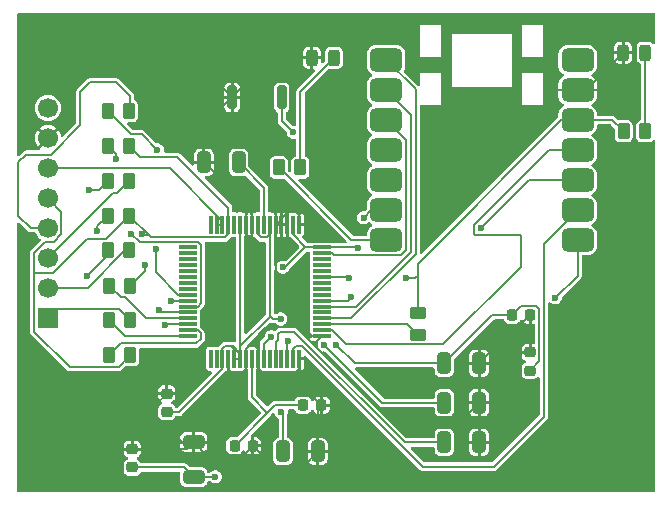
<source format=gbr>
%TF.GenerationSoftware,KiCad,Pcbnew,9.0.3*%
%TF.CreationDate,2026-02-26T20:24:34-03:00*%
%TF.ProjectId,EEGFrontier,45454746-726f-46e7-9469-65722e6b6963,rev?*%
%TF.SameCoordinates,Original*%
%TF.FileFunction,Copper,L1,Top*%
%TF.FilePolarity,Positive*%
%FSLAX46Y46*%
G04 Gerber Fmt 4.6, Leading zero omitted, Abs format (unit mm)*
G04 Created by KiCad (PCBNEW 9.0.3) date 2026-02-26 20:24:34*
%MOMM*%
%LPD*%
G01*
G04 APERTURE LIST*
G04 Aperture macros list*
%AMRoundRect*
0 Rectangle with rounded corners*
0 $1 Rounding radius*
0 $2 $3 $4 $5 $6 $7 $8 $9 X,Y pos of 4 corners*
0 Add a 4 corners polygon primitive as box body*
4,1,4,$2,$3,$4,$5,$6,$7,$8,$9,$2,$3,0*
0 Add four circle primitives for the rounded corners*
1,1,$1+$1,$2,$3*
1,1,$1+$1,$4,$5*
1,1,$1+$1,$6,$7*
1,1,$1+$1,$8,$9*
0 Add four rect primitives between the rounded corners*
20,1,$1+$1,$2,$3,$4,$5,0*
20,1,$1+$1,$4,$5,$6,$7,0*
20,1,$1+$1,$6,$7,$8,$9,0*
20,1,$1+$1,$8,$9,$2,$3,0*%
G04 Aperture macros list end*
%TA.AperFunction,ComponentPad*%
%ADD10R,1.700000X1.700000*%
%TD*%
%TA.AperFunction,ComponentPad*%
%ADD11C,1.700000*%
%TD*%
%TA.AperFunction,SMDPad,CuDef*%
%ADD12RoundRect,0.225000X0.250000X-0.225000X0.250000X0.225000X-0.250000X0.225000X-0.250000X-0.225000X0*%
%TD*%
%TA.AperFunction,SMDPad,CuDef*%
%ADD13RoundRect,0.035000X-0.105000X-0.745000X0.105000X-0.745000X0.105000X0.745000X-0.105000X0.745000X0*%
%TD*%
%TA.AperFunction,SMDPad,CuDef*%
%ADD14RoundRect,0.035000X-0.745000X-0.105000X0.745000X-0.105000X0.745000X0.105000X-0.745000X0.105000X0*%
%TD*%
%TA.AperFunction,SMDPad,CuDef*%
%ADD15RoundRect,0.500000X-0.875000X-0.500000X0.875000X-0.500000X0.875000X0.500000X-0.875000X0.500000X0*%
%TD*%
%TA.AperFunction,SMDPad,CuDef*%
%ADD16RoundRect,0.200000X0.200000X0.800000X-0.200000X0.800000X-0.200000X-0.800000X0.200000X-0.800000X0*%
%TD*%
%TA.AperFunction,SMDPad,CuDef*%
%ADD17RoundRect,0.250000X0.262500X0.450000X-0.262500X0.450000X-0.262500X-0.450000X0.262500X-0.450000X0*%
%TD*%
%TA.AperFunction,SMDPad,CuDef*%
%ADD18RoundRect,0.250000X-0.262500X-0.450000X0.262500X-0.450000X0.262500X0.450000X-0.262500X0.450000X0*%
%TD*%
%TA.AperFunction,SMDPad,CuDef*%
%ADD19RoundRect,0.250000X-0.450000X0.262500X-0.450000X-0.262500X0.450000X-0.262500X0.450000X0.262500X0*%
%TD*%
%TA.AperFunction,SMDPad,CuDef*%
%ADD20RoundRect,0.243750X-0.243750X-0.456250X0.243750X-0.456250X0.243750X0.456250X-0.243750X0.456250X0*%
%TD*%
%TA.AperFunction,SMDPad,CuDef*%
%ADD21RoundRect,0.250000X-0.325000X-0.650000X0.325000X-0.650000X0.325000X0.650000X-0.325000X0.650000X0*%
%TD*%
%TA.AperFunction,SMDPad,CuDef*%
%ADD22RoundRect,0.250000X0.325000X0.650000X-0.325000X0.650000X-0.325000X-0.650000X0.325000X-0.650000X0*%
%TD*%
%TA.AperFunction,SMDPad,CuDef*%
%ADD23RoundRect,0.225000X-0.225000X-0.250000X0.225000X-0.250000X0.225000X0.250000X-0.225000X0.250000X0*%
%TD*%
%TA.AperFunction,SMDPad,CuDef*%
%ADD24RoundRect,0.250000X0.650000X-0.325000X0.650000X0.325000X-0.650000X0.325000X-0.650000X-0.325000X0*%
%TD*%
%TA.AperFunction,SMDPad,CuDef*%
%ADD25RoundRect,0.225000X-0.250000X0.225000X-0.250000X-0.225000X0.250000X-0.225000X0.250000X0.225000X0*%
%TD*%
%TA.AperFunction,SMDPad,CuDef*%
%ADD26RoundRect,0.225000X0.225000X0.250000X-0.225000X0.250000X-0.225000X-0.250000X0.225000X-0.250000X0*%
%TD*%
%TA.AperFunction,ViaPad*%
%ADD27C,0.600000*%
%TD*%
%TA.AperFunction,Conductor*%
%ADD28C,0.200000*%
%TD*%
G04 APERTURE END LIST*
D10*
%TO.P,J1,1,Pin_1*%
%TO.N,EEG_CH1*%
X110100000Y-87335000D03*
D11*
%TO.P,J1,2,Pin_2*%
%TO.N,EEG_CH2*%
X110100000Y-84795000D03*
%TO.P,J1,3,Pin_3*%
%TO.N,EEG_CH3*%
X110100000Y-82255000D03*
%TO.P,J1,4,Pin_4*%
%TO.N,EEG_CH4*%
X110100000Y-79715000D03*
%TO.P,J1,5,Pin_5*%
%TO.N,EEG_REF*%
X110100000Y-77175000D03*
%TO.P,J1,6,Pin_6*%
%TO.N,EEG_BIAS*%
X110100000Y-74635000D03*
%TO.P,J1,7,Pin_7*%
%TO.N,GND*%
X110100000Y-72095000D03*
%TO.P,J1,8,Pin_8*%
%TO.N,unconnected-(J1-Pin_8-Pad8)*%
X110100000Y-69555000D03*
%TD*%
D12*
%TO.P,C1,1*%
%TO.N,3V3_A*%
X120150000Y-95275000D03*
%TO.P,C1,2*%
%TO.N,GND*%
X120150000Y-93725000D03*
%TD*%
D13*
%TO.P,U2,17,SRB1*%
%TO.N,unconnected-(U2-SRB1-Pad17)*%
X123877500Y-90780000D03*
%TO.P,U2,18,SRB2*%
%TO.N,unconnected-(U2-SRB2-Pad18)*%
X124377500Y-90780000D03*
%TO.P,U2,19,AVDD@1*%
%TO.N,3V3_A*%
X124877500Y-90780000D03*
%TO.P,U2,20,AVSS@1*%
%TO.N,GND*%
X125377500Y-90780000D03*
%TO.P,U2,21,AVDD@1*%
%TO.N,3V3_A*%
X125877500Y-90780000D03*
%TO.P,U2,22,AVDD@1*%
X126377500Y-90780000D03*
%TO.P,U2,23,AVSS@1*%
%TO.N,GND*%
X126877500Y-90780000D03*
%TO.P,U2,24,VREFP*%
%TO.N,Net-(U2-VREFP)*%
X127377500Y-90780000D03*
%TO.P,U2,25,VREFN*%
%TO.N,GND*%
X127877500Y-90780000D03*
%TO.P,U2,26,VCAP4*%
%TO.N,Net-(U2-VCAP4)*%
X128377500Y-90780000D03*
%TO.P,U2,27*%
%TO.N,N/C*%
X128877500Y-90780000D03*
%TO.P,U2,28,VCAP1*%
%TO.N,Net-(U2-VCAP1)*%
X129377500Y-90780000D03*
%TO.P,U2,29*%
%TO.N,N/C*%
X129877500Y-90780000D03*
%TO.P,U2,30,VCAP2*%
%TO.N,Net-(U2-VCAP2)*%
X130377500Y-90780000D03*
%TO.P,U2,31,RESV1*%
%TO.N,SPI_SCK*%
X130877500Y-90780000D03*
%TO.P,U2,32,AVSS@1*%
%TO.N,GND*%
X131377500Y-90780000D03*
%TO.P,U2,49,DGND*%
X131377500Y-79420000D03*
%TO.P,U2,50,DVDD*%
%TO.N,3V3_D*%
X130877500Y-79420000D03*
%TO.P,U2,51,DGND*%
%TO.N,GND*%
X130377500Y-79420000D03*
%TO.P,U2,52,CLKSEL*%
X129877500Y-79420000D03*
%TO.P,U2,53,AVSS1*%
X129377500Y-79420000D03*
%TO.P,U2,54,AVDD1*%
%TO.N,3V3_A*%
X128877500Y-79420000D03*
%TO.P,U2,55,VCAP3*%
%TO.N,Net-(U2-VCAP3)*%
X128377500Y-79420000D03*
%TO.P,U2,56,AVDD@1*%
%TO.N,3V3_A*%
X127877500Y-79420000D03*
%TO.P,U2,57,AVSS@1*%
%TO.N,GND*%
X127377500Y-79420000D03*
%TO.P,U2,58,AVSS@2*%
X126877500Y-79420000D03*
%TO.P,U2,59,AVDD@2*%
%TO.N,3V3_A*%
X126377500Y-79420000D03*
%TO.P,U2,60,BIASREF*%
%TO.N,unconnected-(U2-BIASREF-Pad60)*%
X125877500Y-79420000D03*
%TO.P,U2,61,BIASINV*%
%TO.N,EEG_REF*%
X125377500Y-79420000D03*
%TO.P,U2,62,BIASIN*%
%TO.N,EEG_BIAS*%
X124877500Y-79420000D03*
%TO.P,U2,63,BIASOUT*%
X124377500Y-79420000D03*
%TO.P,U2,64,RESERVED*%
%TO.N,unconnected-(U2-RESERVED-Pad64)*%
X123877500Y-79420000D03*
D14*
%TO.P,U2,1,IN8N*%
%TO.N,unconnected-(U2-IN8N-Pad1)*%
X121947500Y-81350000D03*
%TO.P,U2,2,IN8P*%
%TO.N,unconnected-(U2-IN8P-Pad2)*%
X121947500Y-81850000D03*
%TO.P,U2,3,IN7N*%
%TO.N,unconnected-(U2-IN7N-Pad3)*%
X121947500Y-82350000D03*
%TO.P,U2,4,IN7P*%
%TO.N,unconnected-(U2-IN7P-Pad4)*%
X121947500Y-82850000D03*
%TO.P,U2,5,IN6N*%
%TO.N,unconnected-(U2-IN6N-Pad5)*%
X121947500Y-83350000D03*
%TO.P,U2,6,IN6P*%
%TO.N,unconnected-(U2-IN6P-Pad6)*%
X121947500Y-83850000D03*
%TO.P,U2,7,IN5N*%
%TO.N,unconnected-(U2-IN5N-Pad7)*%
X121947500Y-84350000D03*
%TO.P,U2,8,IN5P*%
%TO.N,unconnected-(U2-IN5P-Pad8)*%
X121947500Y-84850000D03*
%TO.P,U2,9,IN4N*%
%TO.N,Net-(U2-IN4N)*%
X121947500Y-85350000D03*
%TO.P,U2,10,IN4P*%
%TO.N,Net-(U2-IN4P)*%
X121947500Y-85850000D03*
%TO.P,U2,11,IN3N*%
%TO.N,Net-(U2-IN3N)*%
X121947500Y-86350000D03*
%TO.P,U2,12,IN3P*%
%TO.N,Net-(U2-IN3P)*%
X121947500Y-86850000D03*
%TO.P,U2,13,IN2N*%
%TO.N,Net-(U2-IN2N)*%
X121947500Y-87350000D03*
%TO.P,U2,14,IN2P*%
%TO.N,Net-(U2-IN2P)*%
X121947500Y-87850000D03*
%TO.P,U2,15,IN1N*%
%TO.N,Net-(U2-IN1N)*%
X121947500Y-88350000D03*
%TO.P,U2,16,IN1P*%
%TO.N,Net-(U2-IN1P)*%
X121947500Y-88850000D03*
%TO.P,U2,33,DGND*%
%TO.N,GND*%
X133307500Y-88850000D03*
%TO.P,U2,34,DIN*%
%TO.N,SPI_MOSI*%
X133307500Y-88350000D03*
%TO.P,U2,35,~{PWDN}*%
%TO.N,Net-(U2-~{PWDN})*%
X133307500Y-87850000D03*
%TO.P,U2,36,~{RESET}*%
%TO.N,EEG_RESET*%
X133307500Y-87350000D03*
%TO.P,U2,37,CLK*%
%TO.N,unconnected-(U2-CLK-Pad37)*%
X133307500Y-86850000D03*
%TO.P,U2,38,START*%
%TO.N,EEG_START*%
X133307500Y-86350000D03*
%TO.P,U2,39,~{CS}*%
%TO.N,SPI_CS*%
X133307500Y-85850000D03*
%TO.P,U2,40,SCLK*%
%TO.N,unconnected-(U2-SCLK-Pad40)*%
X133307500Y-85350000D03*
%TO.P,U2,41,DAISY_IN*%
%TO.N,unconnected-(U2-DAISY_IN-Pad41)*%
X133307500Y-84850000D03*
%TO.P,U2,42,GPIO1*%
%TO.N,unconnected-(U2-GPIO1-Pad42)*%
X133307500Y-84350000D03*
%TO.P,U2,43,DOUT*%
%TO.N,SPI_MISO*%
X133307500Y-83850000D03*
%TO.P,U2,44,GPIO2*%
%TO.N,unconnected-(U2-GPIO2-Pad44)*%
X133307500Y-83350000D03*
%TO.P,U2,45,GPIO3*%
%TO.N,unconnected-(U2-GPIO3-Pad45)*%
X133307500Y-82850000D03*
%TO.P,U2,46,GPIO4*%
%TO.N,unconnected-(U2-GPIO4-Pad46)*%
X133307500Y-82350000D03*
%TO.P,U2,47,~{DRDY}*%
%TO.N,EEG_DRDY*%
X133307500Y-81850000D03*
%TO.P,U2,48,DVDD*%
%TO.N,3V3_D*%
X133307500Y-81350000D03*
%TD*%
D15*
%TO.P,U1,7,P0//TX/D6*%
%TO.N,LED_STREAM*%
X138750000Y-80720000D03*
%TO.P,U1,6,P7/SCL/D5*%
%TO.N,BTN_START*%
X138750000Y-78180000D03*
%TO.P,U1,5,P6/SDA/D4*%
%TO.N,unconnected-(U1-P6{slash}SDA{slash}D4-Pad5)*%
X138750000Y-75640000D03*
%TO.P,U1,4,P29/A3/D3*%
%TO.N,unconnected-(U1-P29{slash}A3{slash}D3-Pad4)*%
X138750000Y-73100000D03*
%TO.P,U1,3,P28/A2/D2*%
%TO.N,EEG_DRDY*%
X138750000Y-70560000D03*
%TO.P,U1,2,P27/A1/D1*%
%TO.N,EEG_START*%
X138750000Y-68020000D03*
%TO.P,U1,1,P26/A0/D0*%
%TO.N,EEG_RESET*%
X138750000Y-65480000D03*
%TO.P,U1,8,D7/CSB/P1/RX*%
%TO.N,SPI_CS*%
X154950000Y-80720000D03*
%TO.P,U1,9,D8/SCK/P2*%
%TO.N,SPI_SCK*%
X154950000Y-78180000D03*
%TO.P,U1,10,D9/MISO/P4*%
%TO.N,SPI_MISO*%
X154950000Y-75640000D03*
%TO.P,U1,11,D10/MOSI/P3*%
%TO.N,SPI_MOSI*%
X154950000Y-73100000D03*
%TO.P,U1,12,3V3*%
%TO.N,3V3_D*%
X154950000Y-70560000D03*
%TO.P,U1,13,GND*%
%TO.N,GND*%
X154950000Y-68020000D03*
%TO.P,U1,14,5V*%
%TO.N,VBUS*%
X154950000Y-65480000D03*
%TD*%
D16*
%TO.P,SW1,1,1*%
%TO.N,BTN_START*%
X129900000Y-68650000D03*
%TO.P,SW1,2,2*%
%TO.N,GND*%
X125700000Y-68650000D03*
%TD*%
D17*
%TO.P,R11,1*%
%TO.N,EEG_CH4*%
X116975000Y-69800000D03*
%TO.P,R11,2*%
%TO.N,Net-(U2-IN4P)*%
X115150000Y-69800000D03*
%TD*%
%TO.P,R10,1*%
%TO.N,EEG_REF*%
X116975000Y-72750000D03*
%TO.P,R10,2*%
%TO.N,Net-(U2-IN4N)*%
X115150000Y-72750000D03*
%TD*%
%TO.P,R9,1*%
%TO.N,EEG_CH3*%
X116975000Y-75700000D03*
%TO.P,R9,2*%
%TO.N,Net-(U2-IN3P)*%
X115150000Y-75700000D03*
%TD*%
%TO.P,R8,1*%
%TO.N,EEG_REF*%
X116975000Y-78650000D03*
%TO.P,R8,2*%
%TO.N,Net-(U2-IN3N)*%
X115150000Y-78650000D03*
%TD*%
%TO.P,R7,1*%
%TO.N,EEG_CH2*%
X116975000Y-81600000D03*
%TO.P,R7,2*%
%TO.N,Net-(U2-IN2P)*%
X115150000Y-81600000D03*
%TD*%
%TO.P,R6,1*%
%TO.N,EEG_REF*%
X117087500Y-84575000D03*
%TO.P,R6,2*%
%TO.N,Net-(U2-IN2N)*%
X115262500Y-84575000D03*
%TD*%
%TO.P,R5,1*%
%TO.N,EEG_CH1*%
X117087500Y-87525000D03*
%TO.P,R5,2*%
%TO.N,Net-(U2-IN1P)*%
X115262500Y-87525000D03*
%TD*%
%TO.P,R4,1*%
%TO.N,EEG_REF*%
X117087500Y-90475000D03*
%TO.P,R4,2*%
%TO.N,Net-(U2-IN1N)*%
X115262500Y-90475000D03*
%TD*%
D18*
%TO.P,R3,1*%
%TO.N,3V3_D*%
X158837500Y-71500000D03*
%TO.P,R3,2*%
%TO.N,Net-(D1-A)*%
X160662500Y-71500000D03*
%TD*%
%TO.P,R2,1*%
%TO.N,LED_STREAM*%
X129650000Y-74575000D03*
%TO.P,R2,2*%
%TO.N,Net-(D2-A)*%
X131475000Y-74575000D03*
%TD*%
D19*
%TO.P,R1,1*%
%TO.N,3V3_D*%
X141400000Y-86925000D03*
%TO.P,R1,2*%
%TO.N,Net-(U2-~{PWDN})*%
X141400000Y-88750000D03*
%TD*%
D20*
%TO.P,D2,1,K*%
%TO.N,GND*%
X132450000Y-65300000D03*
%TO.P,D2,2,A*%
%TO.N,Net-(D2-A)*%
X134325000Y-65300000D03*
%TD*%
%TO.P,D1,1,K*%
%TO.N,GND*%
X158800000Y-64875000D03*
%TO.P,D1,2,A*%
%TO.N,Net-(D1-A)*%
X160675000Y-64875000D03*
%TD*%
D21*
%TO.P,C12,1*%
%TO.N,Net-(U2-VCAP4)*%
X130000000Y-98625000D03*
%TO.P,C12,2*%
%TO.N,GND*%
X132950000Y-98625000D03*
%TD*%
D22*
%TO.P,C11,1*%
%TO.N,Net-(U2-VCAP3)*%
X126250000Y-74150000D03*
%TO.P,C11,2*%
%TO.N,GND*%
X123300000Y-74150000D03*
%TD*%
D21*
%TO.P,C10,1*%
%TO.N,Net-(U2-VCAP1)*%
X143662500Y-97855000D03*
%TO.P,C10,2*%
%TO.N,GND*%
X146612500Y-97855000D03*
%TD*%
%TO.P,C9,1*%
%TO.N,Net-(U2-VCAP2)*%
X143662500Y-94505000D03*
%TO.P,C9,2*%
%TO.N,GND*%
X146612500Y-94505000D03*
%TD*%
D23*
%TO.P,C8,1*%
%TO.N,Net-(U2-VREFP)*%
X125900000Y-98125000D03*
%TO.P,C8,2*%
%TO.N,GND*%
X127450000Y-98125000D03*
%TD*%
%TO.P,C7,1*%
%TO.N,Net-(U2-VREFP)*%
X131700000Y-94700000D03*
%TO.P,C7,2*%
%TO.N,GND*%
X133250000Y-94700000D03*
%TD*%
D21*
%TO.P,C6,1*%
%TO.N,3V3_A*%
X143662500Y-91155000D03*
%TO.P,C6,2*%
%TO.N,GND*%
X146612500Y-91155000D03*
%TD*%
D24*
%TO.P,C5,1*%
%TO.N,3V3_D*%
X122450000Y-100775000D03*
%TO.P,C5,2*%
%TO.N,GND*%
X122450000Y-97825000D03*
%TD*%
D25*
%TO.P,C4,1*%
%TO.N,GND*%
X150925000Y-90225000D03*
%TO.P,C4,2*%
%TO.N,3V3_A*%
X150925000Y-91775000D03*
%TD*%
D26*
%TO.P,C3,1*%
%TO.N,GND*%
X150950000Y-87075000D03*
%TO.P,C3,2*%
%TO.N,3V3_A*%
X149400000Y-87075000D03*
%TD*%
D12*
%TO.P,C2,1*%
%TO.N,3V3_D*%
X117250000Y-99975000D03*
%TO.P,C2,2*%
%TO.N,GND*%
X117250000Y-98425000D03*
%TD*%
D27*
%TO.N,3V3_A*%
X129800000Y-87400000D03*
X134530058Y-89594942D03*
%TO.N,GND*%
X127777500Y-77575000D03*
X129975000Y-77475000D03*
%TO.N,Net-(U2-VCAP2)*%
X130450000Y-89250000D03*
X133503188Y-89596812D03*
%TO.N,3V3_D*%
X140450000Y-83975000D03*
X136350000Y-81421000D03*
%TO.N,SPI_CS*%
X135750000Y-85575000D03*
X153050000Y-85625000D03*
%TO.N,Net-(U2-VCAP4)*%
X129000000Y-88900000D03*
X129850000Y-95300000D03*
%TO.N,3V3_D*%
X124275000Y-100775000D03*
X129975000Y-83025000D03*
%TO.N,SPI_MISO*%
X135575000Y-83925000D03*
X146775000Y-79675000D03*
%TO.N,GND*%
X157525000Y-68125000D03*
X148925000Y-88850000D03*
%TO.N,BTN_START*%
X136825000Y-78825000D03*
X130875000Y-71600000D03*
%TO.N,Net-(U2-IN4N)*%
X115850000Y-73900000D03*
X119225000Y-81509000D03*
%TO.N,EEG_REF*%
X118049265Y-80200735D03*
X118350000Y-82825000D03*
%TO.N,Net-(U2-IN2P)*%
X120025000Y-87925000D03*
X113400000Y-83725000D03*
%TO.N,Net-(U2-IN3N)*%
X114275000Y-79975000D03*
X117175000Y-80175000D03*
%TO.N,Net-(U2-IN4P)*%
X120550000Y-85875000D03*
X119375000Y-73075000D03*
%TO.N,Net-(U2-IN3P)*%
X113550000Y-76500000D03*
X119500000Y-86625000D03*
%TD*%
D28*
%TO.N,SPI_SCK*%
X131132354Y-89699000D02*
X130877500Y-89953854D01*
X131622646Y-89699000D02*
X131132354Y-89699000D01*
X141823646Y-99900000D02*
X131622646Y-89699000D01*
X147875000Y-99900000D02*
X141823646Y-99900000D01*
X152102000Y-95673000D02*
X147875000Y-99900000D01*
X130877500Y-89953854D02*
X130877500Y-90780000D01*
X152102000Y-81028000D02*
X152102000Y-95673000D01*
X154950000Y-78180000D02*
X152102000Y-81028000D01*
%TO.N,EEG_CH4*%
X108640000Y-79715000D02*
X110100000Y-79715000D01*
X107601000Y-78676000D02*
X108640000Y-79715000D01*
X107601000Y-74149000D02*
X107601000Y-78676000D01*
X108266000Y-73484000D02*
X107601000Y-74149000D01*
X112825000Y-70997760D02*
X110338760Y-73484000D01*
X113650000Y-67375000D02*
X112825000Y-68200000D01*
X110338760Y-73484000D02*
X108266000Y-73484000D01*
X115900000Y-67375000D02*
X113650000Y-67375000D01*
X117075000Y-68550000D02*
X115900000Y-67375000D01*
X112825000Y-68200000D02*
X112825000Y-70997760D01*
X117075000Y-69700000D02*
X117075000Y-68550000D01*
X116975000Y-69800000D02*
X117075000Y-69700000D01*
%TO.N,GND*%
X123250000Y-66200000D02*
X125700000Y-68650000D01*
X107601000Y-69596000D02*
X107601000Y-67599000D01*
X109000000Y-66200000D02*
X123250000Y-66200000D01*
X110100000Y-72095000D02*
X107601000Y-69596000D01*
X107601000Y-67599000D02*
X109000000Y-66200000D01*
X126674000Y-98901000D02*
X127450000Y-98125000D01*
X123526000Y-98901000D02*
X126674000Y-98901000D01*
X122450000Y-97825000D02*
X123526000Y-98901000D01*
%TO.N,3V3_A*%
X129127500Y-87400000D02*
X128877500Y-87150000D01*
X129800000Y-87400000D02*
X129127500Y-87400000D01*
X128877500Y-87150000D02*
X128877500Y-79420000D01*
X136090116Y-91155000D02*
X134530058Y-89594942D01*
X143662500Y-91155000D02*
X136090116Y-91155000D01*
%TO.N,GND*%
X130600000Y-78100000D02*
X130600000Y-78339000D01*
X130600000Y-78339000D02*
X131122646Y-78339000D01*
X129975000Y-77475000D02*
X130600000Y-78100000D01*
X127377500Y-77975000D02*
X127777500Y-77575000D01*
X127377500Y-79420000D02*
X127377500Y-77975000D01*
%TO.N,3V3_A*%
X128132354Y-80501000D02*
X127877500Y-80246146D01*
X128622646Y-80501000D02*
X128132354Y-80501000D01*
X128877500Y-80246146D02*
X128622646Y-80501000D01*
X127877500Y-80246146D02*
X127877500Y-79420000D01*
X128877500Y-79420000D02*
X128877500Y-80246146D01*
%TO.N,GND*%
X131122646Y-78339000D02*
X131377500Y-78593854D01*
X130458500Y-78339000D02*
X130600000Y-78339000D01*
X129377500Y-79420000D02*
X130458500Y-78339000D01*
X131377500Y-78593854D02*
X131377500Y-79420000D01*
X127377500Y-80364146D02*
X127377500Y-79420000D01*
X126877500Y-80199999D02*
X127178501Y-80501000D01*
X127178501Y-80501000D02*
X127240646Y-80501000D01*
X127240646Y-80501000D02*
X127377500Y-80364146D01*
X126877500Y-79420000D02*
X126877500Y-80199999D01*
%TO.N,3V3_A*%
X128877500Y-87205400D02*
X128877500Y-87150000D01*
X126377500Y-89705400D02*
X128877500Y-87205400D01*
X126377500Y-90780000D02*
X126377500Y-89705400D01*
%TO.N,Net-(U2-VREFP)*%
X127377500Y-94052500D02*
X128675000Y-95350000D01*
X128675000Y-95350000D02*
X125900000Y-98125000D01*
X127377500Y-90780000D02*
X127377500Y-94052500D01*
%TO.N,Net-(U2-VCAP2)*%
X130377500Y-89322500D02*
X130377500Y-90780000D01*
X130450000Y-89250000D02*
X130377500Y-89322500D01*
X138411376Y-94505000D02*
X133503188Y-89596812D01*
X143662500Y-94505000D02*
X138411376Y-94505000D01*
%TO.N,Net-(U2-VCAP1)*%
X129377500Y-89372443D02*
X129377500Y-90780000D01*
X129601000Y-89148943D02*
X129377500Y-89372443D01*
X129601000Y-88651057D02*
X129601000Y-89148943D01*
X129774000Y-88476000D02*
X129599971Y-88650029D01*
X129599971Y-88650029D02*
X129601000Y-88651057D01*
X130966746Y-88476000D02*
X129774000Y-88476000D01*
X140345746Y-97855000D02*
X130966746Y-88476000D01*
X143662500Y-97855000D02*
X140345746Y-97855000D01*
%TO.N,3V3_D*%
X140450000Y-83975000D02*
X141175000Y-83975000D01*
X141400000Y-83750000D02*
X141400000Y-86925000D01*
X136279000Y-81350000D02*
X136350000Y-81421000D01*
X133307500Y-81350000D02*
X136279000Y-81350000D01*
X141175000Y-83975000D02*
X141400000Y-83750000D01*
%TO.N,SPI_CS*%
X135475000Y-85850000D02*
X133307500Y-85850000D01*
X154950000Y-83725000D02*
X153050000Y-85625000D01*
X154950000Y-80720000D02*
X154950000Y-83725000D01*
X135750000Y-85575000D02*
X135475000Y-85850000D01*
%TO.N,Net-(U2-VCAP4)*%
X129000000Y-88900000D02*
X128377500Y-89522500D01*
X128377500Y-89522500D02*
X128377500Y-90780000D01*
X130000000Y-95450000D02*
X129850000Y-95300000D01*
X130000000Y-95900000D02*
X130000000Y-95450000D01*
%TO.N,3V3_D*%
X124275000Y-100775000D02*
X122450000Y-100775000D01*
X131903177Y-81271823D02*
X130150000Y-83025000D01*
X131903177Y-81271823D02*
X131981354Y-81350000D01*
X130150000Y-83025000D02*
X129975000Y-83025000D01*
%TO.N,GND*%
X132641423Y-89516077D02*
X132641423Y-89583577D01*
X133307500Y-88850000D02*
X132641423Y-89516077D01*
X132641423Y-89583577D02*
X131132846Y-88075000D01*
X132474000Y-93924000D02*
X133250000Y-94700000D01*
X127936500Y-91665146D02*
X130195354Y-93924000D01*
X127936500Y-88713500D02*
X127936500Y-91665146D01*
X128575000Y-88075000D02*
X127936500Y-88713500D01*
X131132846Y-88075000D02*
X128575000Y-88075000D01*
X144463500Y-96654000D02*
X139711846Y-96654000D01*
X139711846Y-96654000D02*
X132641423Y-89583577D01*
X130195354Y-93924000D02*
X132474000Y-93924000D01*
X146612500Y-94505000D02*
X144463500Y-96654000D01*
%TO.N,Net-(U2-VCAP4)*%
X130000000Y-98625000D02*
X130000000Y-95900000D01*
%TO.N,GND*%
X146612500Y-94505000D02*
X146612500Y-91155000D01*
%TO.N,SPI_MOSI*%
X134133646Y-88350000D02*
X133307500Y-88350000D01*
X135347146Y-89563500D02*
X134133646Y-88350000D01*
X143569336Y-89563500D02*
X135347146Y-89563500D01*
X150126000Y-83006836D02*
X143569336Y-89563500D01*
X150126000Y-80383164D02*
X150126000Y-83006836D01*
X150066836Y-80324000D02*
X150126000Y-80383164D01*
X146300000Y-80324000D02*
X150066836Y-80324000D01*
X146174000Y-80198000D02*
X146300000Y-80324000D01*
X146174000Y-79426057D02*
X146174000Y-80198000D01*
X152500057Y-73100000D02*
X146174000Y-79426057D01*
X154950000Y-73100000D02*
X152500057Y-73100000D01*
%TO.N,SPI_MISO*%
X135575000Y-83925000D02*
X135500000Y-83850000D01*
X150810000Y-75640000D02*
X146775000Y-79675000D01*
X135500000Y-83850000D02*
X133307500Y-83850000D01*
X154950000Y-75640000D02*
X150810000Y-75640000D01*
%TO.N,EEG_RESET*%
X135769258Y-87350000D02*
X133307500Y-87350000D01*
X141228000Y-81891258D02*
X135769258Y-87350000D01*
X141228000Y-67958000D02*
X141228000Y-81891258D01*
X138750000Y-65480000D02*
X141228000Y-67958000D01*
%TO.N,EEG_START*%
X140827000Y-81725158D02*
X136202158Y-86350000D01*
X140827000Y-70097000D02*
X140827000Y-81725158D01*
X136202158Y-86350000D02*
X133307500Y-86350000D01*
X138750000Y-68020000D02*
X140827000Y-70097000D01*
%TO.N,EEG_DRDY*%
X134304646Y-82021000D02*
X134133646Y-81850000D01*
X134133646Y-81850000D02*
X133307500Y-81850000D01*
X139964058Y-82021000D02*
X134304646Y-82021000D01*
X140426000Y-81559058D02*
X139964058Y-82021000D01*
X140426000Y-72236000D02*
X140426000Y-81559058D01*
X138750000Y-70560000D02*
X140426000Y-72236000D01*
%TO.N,GND*%
X132950000Y-95000000D02*
X133250000Y-94700000D01*
X132950000Y-98625000D02*
X132950000Y-95000000D01*
%TO.N,Net-(U2-VREFP)*%
X129325000Y-94700000D02*
X128675000Y-95350000D01*
X131700000Y-94700000D02*
X129325000Y-94700000D01*
%TO.N,3V3_A*%
X147742500Y-87075000D02*
X149400000Y-87075000D01*
X143662500Y-91155000D02*
X147742500Y-87075000D01*
%TO.N,Net-(U2-~{PWDN})*%
X140500000Y-87850000D02*
X133307500Y-87850000D01*
X141400000Y-88750000D02*
X140500000Y-87850000D01*
%TO.N,3V3_D*%
X141400000Y-82735000D02*
X141400000Y-83750000D01*
X153575000Y-70560000D02*
X141400000Y-82735000D01*
X154950000Y-70560000D02*
X153575000Y-70560000D01*
%TO.N,GND*%
X157420000Y-68020000D02*
X154950000Y-68020000D01*
X157525000Y-68125000D02*
X157420000Y-68020000D01*
X149175000Y-88850000D02*
X148925000Y-88850000D01*
X150950000Y-87075000D02*
X149175000Y-88850000D01*
%TO.N,3V3_A*%
X150176000Y-86299000D02*
X149400000Y-87075000D01*
X151399110Y-86299000D02*
X150176000Y-86299000D01*
X151701000Y-90999000D02*
X151701000Y-86600890D01*
X151701000Y-86600890D02*
X151399110Y-86299000D01*
X150925000Y-91775000D02*
X151701000Y-90999000D01*
%TO.N,BTN_START*%
X137470000Y-78180000D02*
X138750000Y-78180000D01*
X136825000Y-78825000D02*
X137470000Y-78180000D01*
X129900000Y-70625000D02*
X130875000Y-71600000D01*
X129900000Y-68650000D02*
X129900000Y-70625000D01*
%TO.N,LED_STREAM*%
X135795000Y-80720000D02*
X138750000Y-80720000D01*
X129650000Y-74575000D02*
X135795000Y-80720000D01*
%TO.N,GND*%
X129877500Y-79420000D02*
X130377500Y-79420000D01*
X129377500Y-79420000D02*
X129877500Y-79420000D01*
X129375000Y-79422500D02*
X129377500Y-79420000D01*
X129375000Y-85743646D02*
X129375000Y-79422500D01*
X132481354Y-88850000D02*
X129375000Y-85743646D01*
X133307500Y-88850000D02*
X132481354Y-88850000D01*
%TO.N,3V3_D*%
X131981354Y-81350000D02*
X133307500Y-81350000D01*
X130877500Y-80246146D02*
X131903177Y-81271823D01*
X130877500Y-79420000D02*
X130877500Y-80246146D01*
%TO.N,Net-(U2-VCAP3)*%
X128377500Y-76277500D02*
X126250000Y-74150000D01*
X128377500Y-79420000D02*
X128377500Y-76277500D01*
%TO.N,GND*%
X126877500Y-77727500D02*
X123300000Y-74150000D01*
X126877500Y-79420000D02*
X126877500Y-77727500D01*
X121474890Y-97825000D02*
X122450000Y-97825000D01*
X119374000Y-95724110D02*
X121474890Y-97825000D01*
X119374000Y-94501000D02*
X119374000Y-95724110D01*
X120150000Y-93725000D02*
X119374000Y-94501000D01*
%TO.N,3V3_A*%
X121208646Y-95275000D02*
X120150000Y-95275000D01*
X124877500Y-91606146D02*
X121208646Y-95275000D01*
X124877500Y-90780000D02*
X124877500Y-91606146D01*
X126377500Y-90345001D02*
X126377500Y-90780000D01*
X125731499Y-89699000D02*
X126377500Y-90345001D01*
X125132354Y-89699000D02*
X125731499Y-89699000D01*
X124877500Y-89953854D02*
X125132354Y-89699000D01*
X124877500Y-90780000D02*
X124877500Y-89953854D01*
%TO.N,GND*%
X127132354Y-89699000D02*
X127622646Y-89699000D01*
X126877500Y-89953854D02*
X127132354Y-89699000D01*
X127622646Y-89699000D02*
X127877500Y-89953854D01*
X127877500Y-89953854D02*
X127877500Y-90780000D01*
X126877500Y-90780000D02*
X126877500Y-89953854D01*
X131377500Y-91606146D02*
X131377500Y-90780000D01*
X131122646Y-91861000D02*
X131377500Y-91606146D01*
X128132354Y-91861000D02*
X131122646Y-91861000D01*
X127877500Y-91606146D02*
X128132354Y-91861000D01*
X127877500Y-90780000D02*
X127877500Y-91606146D01*
X126622646Y-91861000D02*
X126877500Y-91606146D01*
X126877500Y-91606146D02*
X126877500Y-90780000D01*
X125632354Y-91861000D02*
X126622646Y-91861000D01*
X125377500Y-91606146D02*
X125632354Y-91861000D01*
X125377500Y-90780000D02*
X125377500Y-91606146D01*
%TO.N,3V3_A*%
X124877500Y-89916000D02*
X124877500Y-90780000D01*
X125094500Y-89699000D02*
X124877500Y-89916000D01*
X125622646Y-89699000D02*
X125094500Y-89699000D01*
X125877500Y-89953854D02*
X125622646Y-89699000D01*
X125877500Y-90780000D02*
X125877500Y-89953854D01*
X125877500Y-90780000D02*
X126377500Y-90780000D01*
X126377500Y-79420000D02*
X126377500Y-90780000D01*
%TO.N,EEG_REF*%
X117901000Y-73676000D02*
X121064840Y-73676000D01*
X121064840Y-73676000D02*
X125377500Y-77988660D01*
X116975000Y-72750000D02*
X117901000Y-73676000D01*
X125377500Y-77988660D02*
X125377500Y-79420000D01*
%TO.N,Net-(U2-IN4N)*%
X115850000Y-73900000D02*
X115850000Y-73450000D01*
X119225000Y-83453646D02*
X119225000Y-81509000D01*
X121121354Y-85350000D02*
X119225000Y-83453646D01*
X115850000Y-73450000D02*
X115150000Y-72750000D01*
X121947500Y-85350000D02*
X121121354Y-85350000D01*
%TO.N,EEG_REF*%
X118186030Y-80337500D02*
X118662500Y-80337500D01*
X118049265Y-80200735D02*
X118186030Y-80337500D01*
X118662500Y-80337500D02*
X118826000Y-80501000D01*
X118350000Y-83312500D02*
X118350000Y-82825000D01*
X117087500Y-84575000D02*
X118350000Y-83312500D01*
%TO.N,Net-(U2-IN2N)*%
X116637160Y-85576000D02*
X116263500Y-85576000D01*
X121921500Y-87324000D02*
X118385160Y-87324000D01*
X121947500Y-87350000D02*
X121921500Y-87324000D01*
X118385160Y-87324000D02*
X116637160Y-85576000D01*
X116263500Y-85576000D02*
X115262500Y-84575000D01*
%TO.N,Net-(U2-IN2P)*%
X120100000Y-87850000D02*
X120025000Y-87925000D01*
X121947500Y-87850000D02*
X120100000Y-87850000D01*
X115150000Y-81975000D02*
X113400000Y-83725000D01*
X115150000Y-81600000D02*
X115150000Y-81975000D01*
%TO.N,Net-(U2-IN3N)*%
X114275000Y-79975000D02*
X114275000Y-79525000D01*
X114275000Y-79525000D02*
X115150000Y-78650000D01*
X117909000Y-80909000D02*
X117175000Y-80175000D01*
X123028500Y-81104854D02*
X122832646Y-80909000D01*
X122832646Y-80909000D02*
X117909000Y-80909000D01*
X123028500Y-86095146D02*
X123028500Y-81104854D01*
X121947500Y-86350000D02*
X122773646Y-86350000D01*
X122773646Y-86350000D02*
X123028500Y-86095146D01*
%TO.N,Net-(U2-IN4P)*%
X120550000Y-85875000D02*
X121922500Y-85875000D01*
X121922500Y-85875000D02*
X121947500Y-85850000D01*
X118049000Y-71749000D02*
X119375000Y-73075000D01*
X117099000Y-71749000D02*
X118049000Y-71749000D01*
X115150000Y-69800000D02*
X117099000Y-71749000D01*
%TO.N,Net-(U2-IN3P)*%
X119725000Y-86850000D02*
X121947500Y-86850000D01*
X119500000Y-86625000D02*
X119725000Y-86850000D01*
X113575000Y-76500000D02*
X113550000Y-76500000D01*
X114400000Y-76500000D02*
X113575000Y-76500000D01*
X115150000Y-75750000D02*
X114400000Y-76500000D01*
X115150000Y-75700000D02*
X115150000Y-75750000D01*
%TO.N,EEG_BIAS*%
X124377500Y-79420000D02*
X124877500Y-79420000D01*
X124877500Y-79093854D02*
X124877500Y-79420000D01*
X120418646Y-74635000D02*
X124877500Y-79093854D01*
X110100000Y-74635000D02*
X120418646Y-74635000D01*
%TO.N,EEG_REF*%
X125377500Y-80246146D02*
X125377500Y-79420000D01*
X125122646Y-80501000D02*
X125377500Y-80246146D01*
X118826000Y-80501000D02*
X125122646Y-80501000D01*
X116975000Y-78650000D02*
X118662500Y-80337500D01*
X110507760Y-83475000D02*
X108949000Y-83475000D01*
X115026000Y-80599000D02*
X113383760Y-80599000D01*
X116975000Y-78650000D02*
X115026000Y-80599000D01*
X108949000Y-83475000D02*
X108949000Y-81778240D01*
X113383760Y-80599000D02*
X110507760Y-83475000D01*
%TO.N,EEG_CH3*%
X115600340Y-76701000D02*
X115974000Y-76701000D01*
X110100000Y-82201340D02*
X115600340Y-76701000D01*
X110100000Y-82255000D02*
X110100000Y-82201340D01*
X115974000Y-76701000D02*
X116975000Y-75700000D01*
%TO.N,EEG_CH2*%
X113453660Y-84795000D02*
X116648660Y-81600000D01*
X116648660Y-81600000D02*
X116975000Y-81600000D01*
X110100000Y-84795000D02*
X113453660Y-84795000D01*
%TO.N,EEG_REF*%
X111251000Y-78326000D02*
X110100000Y-77175000D01*
X111251000Y-80191760D02*
X111251000Y-78326000D01*
X110576760Y-80866000D02*
X111251000Y-80191760D01*
X109861240Y-80866000D02*
X110576760Y-80866000D01*
X108949000Y-81778240D02*
X109861240Y-80866000D01*
X108949000Y-88486000D02*
X108949000Y-83475000D01*
X111939000Y-91476000D02*
X108949000Y-88486000D01*
X116086500Y-91476000D02*
X111939000Y-91476000D01*
X117087500Y-90475000D02*
X116086500Y-91476000D01*
%TO.N,Net-(U2-IN1N)*%
X122649646Y-89474000D02*
X123028500Y-89095146D01*
X116263500Y-89474000D02*
X122649646Y-89474000D01*
X123028500Y-89095146D02*
X123028500Y-88604854D01*
X115262500Y-90475000D02*
X116263500Y-89474000D01*
X123028500Y-88604854D02*
X122773646Y-88350000D01*
X122773646Y-88350000D02*
X121947500Y-88350000D01*
%TO.N,Net-(U2-IN1P)*%
X116587500Y-88850000D02*
X121947500Y-88850000D01*
X115262500Y-87525000D02*
X116587500Y-88850000D01*
%TO.N,EEG_CH1*%
X110911000Y-86524000D02*
X116086500Y-86524000D01*
X116086500Y-86524000D02*
X117087500Y-87525000D01*
X110100000Y-87335000D02*
X110911000Y-86524000D01*
%TO.N,GND*%
X123300000Y-71050000D02*
X125700000Y-68650000D01*
X123300000Y-74150000D02*
X123300000Y-71050000D01*
%TO.N,Net-(D2-A)*%
X131475000Y-68150000D02*
X134325000Y-65300000D01*
X131475000Y-74575000D02*
X131475000Y-68150000D01*
%TO.N,GND*%
X129050000Y-65300000D02*
X125700000Y-68650000D01*
X132450000Y-65300000D02*
X129050000Y-65300000D01*
X129151000Y-99826000D02*
X131749000Y-99826000D01*
X127450000Y-98125000D02*
X129151000Y-99826000D01*
X131749000Y-99826000D02*
X132950000Y-98625000D01*
X121850000Y-98425000D02*
X122450000Y-97825000D01*
X117250000Y-98425000D02*
X121850000Y-98425000D01*
%TO.N,3V3_D*%
X121650000Y-99975000D02*
X122450000Y-100775000D01*
X117250000Y-99975000D02*
X121650000Y-99975000D01*
%TO.N,GND*%
X146612500Y-97855000D02*
X146612500Y-94505000D01*
X147542500Y-90225000D02*
X150925000Y-90225000D01*
X146612500Y-91155000D02*
X147542500Y-90225000D01*
X150925000Y-87100000D02*
X150950000Y-87075000D01*
X150925000Y-90225000D02*
X150925000Y-87100000D01*
%TO.N,3V3_D*%
X157897500Y-70560000D02*
X158837500Y-71500000D01*
X154950000Y-70560000D02*
X157897500Y-70560000D01*
%TO.N,GND*%
X155655000Y-68020000D02*
X154950000Y-68020000D01*
X158800000Y-64875000D02*
X155655000Y-68020000D01*
%TO.N,Net-(D1-A)*%
X160675000Y-64875000D02*
X160675000Y-71487500D01*
X160675000Y-71487500D02*
X160662500Y-71500000D01*
%TD*%
%TA.AperFunction,Conductor*%
%TO.N,GND*%
G36*
X161467539Y-61532685D02*
G01*
X161513294Y-61585489D01*
X161524500Y-61637000D01*
X161524500Y-64030635D01*
X161504815Y-64097674D01*
X161452011Y-64143429D01*
X161382853Y-64153373D01*
X161319297Y-64124348D01*
X161301233Y-64104946D01*
X161271831Y-64065669D01*
X161158646Y-63980940D01*
X161158056Y-63980498D01*
X161158054Y-63980497D01*
X161024891Y-63930829D01*
X161024889Y-63930828D01*
X161024887Y-63930828D01*
X160966029Y-63924500D01*
X160383982Y-63924500D01*
X160383973Y-63924501D01*
X160325108Y-63930828D01*
X160191945Y-63980497D01*
X160078169Y-64065669D01*
X159992998Y-64179443D01*
X159943328Y-64312612D01*
X159937000Y-64371462D01*
X159937000Y-65378517D01*
X159937001Y-65378526D01*
X159943328Y-65437391D01*
X159963307Y-65490954D01*
X159992997Y-65570554D01*
X160078169Y-65684331D01*
X160191353Y-65769059D01*
X160191945Y-65769502D01*
X160191948Y-65769504D01*
X160243833Y-65788856D01*
X160299767Y-65830727D01*
X160324184Y-65896191D01*
X160324500Y-65905038D01*
X160324500Y-70457884D01*
X160304815Y-70524923D01*
X160252011Y-70570678D01*
X160243834Y-70574066D01*
X160157669Y-70606203D01*
X160157664Y-70606206D01*
X160042455Y-70692452D01*
X160042452Y-70692455D01*
X159956206Y-70807664D01*
X159956202Y-70807671D01*
X159905908Y-70942517D01*
X159900266Y-70995000D01*
X159899501Y-71002123D01*
X159899500Y-71002135D01*
X159899500Y-71997870D01*
X159899501Y-71997876D01*
X159905908Y-72057483D01*
X159956202Y-72192328D01*
X159956206Y-72192335D01*
X160042452Y-72307544D01*
X160042455Y-72307547D01*
X160157664Y-72393793D01*
X160157671Y-72393797D01*
X160179684Y-72402007D01*
X160292517Y-72444091D01*
X160352127Y-72450500D01*
X160972872Y-72450499D01*
X161032483Y-72444091D01*
X161167331Y-72393796D01*
X161282546Y-72307546D01*
X161301233Y-72282582D01*
X161357166Y-72240711D01*
X161426858Y-72235727D01*
X161488181Y-72269212D01*
X161521666Y-72330535D01*
X161524500Y-72356893D01*
X161524500Y-101913000D01*
X161504815Y-101980039D01*
X161452011Y-102025794D01*
X161400500Y-102037000D01*
X107624500Y-102037000D01*
X107557461Y-102017315D01*
X107511706Y-101964511D01*
X107500500Y-101913000D01*
X107500500Y-99704498D01*
X116524500Y-99704498D01*
X116524500Y-100245481D01*
X116524501Y-100245490D01*
X116530587Y-100302114D01*
X116566348Y-100397989D01*
X116578372Y-100430226D01*
X116660313Y-100539687D01*
X116769774Y-100621628D01*
X116897886Y-100669412D01*
X116954515Y-100675500D01*
X117545484Y-100675499D01*
X117602114Y-100669412D01*
X117730226Y-100621628D01*
X117839687Y-100539687D01*
X117921628Y-100430226D01*
X117930602Y-100406163D01*
X117972473Y-100350233D01*
X118037937Y-100325816D01*
X118046783Y-100325500D01*
X121175500Y-100325500D01*
X121242539Y-100345185D01*
X121288294Y-100397989D01*
X121299500Y-100449500D01*
X121299500Y-101147870D01*
X121299501Y-101147876D01*
X121305908Y-101207483D01*
X121356202Y-101342328D01*
X121356206Y-101342335D01*
X121442452Y-101457544D01*
X121442455Y-101457547D01*
X121557664Y-101543793D01*
X121557671Y-101543797D01*
X121692517Y-101594091D01*
X121692516Y-101594091D01*
X121699444Y-101594835D01*
X121752127Y-101600500D01*
X123147872Y-101600499D01*
X123207483Y-101594091D01*
X123342331Y-101543796D01*
X123457546Y-101457546D01*
X123543796Y-101342331D01*
X123591097Y-101215511D01*
X123594582Y-101206167D01*
X123607851Y-101188440D01*
X123617051Y-101168297D01*
X123628381Y-101161015D01*
X123636453Y-101150233D01*
X123657201Y-101142494D01*
X123675829Y-101130523D01*
X123697745Y-101127371D01*
X123701917Y-101125816D01*
X123710764Y-101125500D01*
X123795614Y-101125500D01*
X123862653Y-101145185D01*
X123883295Y-101161819D01*
X123936985Y-101215509D01*
X123936986Y-101215510D01*
X123936988Y-101215511D01*
X124062511Y-101287982D01*
X124062512Y-101287982D01*
X124062515Y-101287984D01*
X124202525Y-101325500D01*
X124202528Y-101325500D01*
X124347472Y-101325500D01*
X124347475Y-101325500D01*
X124487485Y-101287984D01*
X124613015Y-101215509D01*
X124715509Y-101113015D01*
X124787984Y-100987485D01*
X124825500Y-100847475D01*
X124825500Y-100702525D01*
X124787984Y-100562515D01*
X124774804Y-100539687D01*
X124715511Y-100436988D01*
X124715506Y-100436982D01*
X124613017Y-100334493D01*
X124613011Y-100334488D01*
X124487488Y-100262017D01*
X124487489Y-100262017D01*
X124476006Y-100258940D01*
X124347475Y-100224500D01*
X124202525Y-100224500D01*
X124073993Y-100258940D01*
X124062511Y-100262017D01*
X123936988Y-100334488D01*
X123936982Y-100334493D01*
X123883295Y-100388181D01*
X123856367Y-100402884D01*
X123830549Y-100419477D01*
X123824348Y-100420368D01*
X123821972Y-100421666D01*
X123795614Y-100424500D01*
X123710764Y-100424500D01*
X123643725Y-100404815D01*
X123597970Y-100352011D01*
X123594582Y-100343833D01*
X123543797Y-100207671D01*
X123543793Y-100207664D01*
X123457547Y-100092455D01*
X123457544Y-100092452D01*
X123342335Y-100006206D01*
X123342328Y-100006202D01*
X123207482Y-99955908D01*
X123207483Y-99955908D01*
X123147883Y-99949501D01*
X123147881Y-99949500D01*
X123147873Y-99949500D01*
X123147865Y-99949500D01*
X122171544Y-99949500D01*
X122104505Y-99929815D01*
X122083863Y-99913181D01*
X121865213Y-99694531D01*
X121865208Y-99694527D01*
X121785290Y-99648387D01*
X121785285Y-99648385D01*
X121783415Y-99647884D01*
X121783415Y-99647883D01*
X121712938Y-99629000D01*
X121696144Y-99624500D01*
X121696143Y-99624500D01*
X118046783Y-99624500D01*
X117979744Y-99604815D01*
X117933989Y-99552011D01*
X117930610Y-99543857D01*
X117921628Y-99519774D01*
X117839687Y-99410313D01*
X117730226Y-99328372D01*
X117715405Y-99322844D01*
X117696826Y-99315914D01*
X117640893Y-99274042D01*
X117616477Y-99208577D01*
X117631330Y-99140304D01*
X117680736Y-99090900D01*
X117696830Y-99083550D01*
X117729983Y-99071185D01*
X117729984Y-99071184D01*
X117839329Y-98989329D01*
X117921184Y-98879984D01*
X117921185Y-98879983D01*
X117968916Y-98752010D01*
X117974999Y-98695428D01*
X117975000Y-98695427D01*
X117975000Y-98550000D01*
X116525001Y-98550000D01*
X116525001Y-98695439D01*
X116531081Y-98752007D01*
X116578813Y-98879981D01*
X116578815Y-98879984D01*
X116660670Y-98989329D01*
X116770015Y-99071184D01*
X116770020Y-99071187D01*
X116803170Y-99083551D01*
X116859104Y-99125421D01*
X116883522Y-99190885D01*
X116868671Y-99259158D01*
X116819266Y-99308564D01*
X116803174Y-99315914D01*
X116769772Y-99328372D01*
X116660313Y-99410313D01*
X116578373Y-99519771D01*
X116530587Y-99647889D01*
X116524500Y-99704498D01*
X107500500Y-99704498D01*
X107500500Y-98154571D01*
X116525000Y-98154571D01*
X116525000Y-98300000D01*
X117125000Y-98300000D01*
X117375000Y-98300000D01*
X117974999Y-98300000D01*
X117974999Y-98197844D01*
X121300000Y-98197844D01*
X121306401Y-98257372D01*
X121306403Y-98257379D01*
X121356645Y-98392086D01*
X121356649Y-98392093D01*
X121442809Y-98507187D01*
X121442812Y-98507190D01*
X121557906Y-98593350D01*
X121557913Y-98593354D01*
X121692620Y-98643596D01*
X121692627Y-98643598D01*
X121752155Y-98649999D01*
X121752172Y-98650000D01*
X122325000Y-98650000D01*
X122575000Y-98650000D01*
X123147828Y-98650000D01*
X123147844Y-98649999D01*
X123207372Y-98643598D01*
X123207379Y-98643596D01*
X123342086Y-98593354D01*
X123342093Y-98593350D01*
X123457187Y-98507190D01*
X123457190Y-98507187D01*
X123543350Y-98392093D01*
X123543354Y-98392086D01*
X123593596Y-98257379D01*
X123593598Y-98257372D01*
X123599999Y-98197844D01*
X123600000Y-98197827D01*
X123600000Y-97950000D01*
X122575000Y-97950000D01*
X122575000Y-98650000D01*
X122325000Y-98650000D01*
X122325000Y-97950000D01*
X121300000Y-97950000D01*
X121300000Y-98197844D01*
X117974999Y-98197844D01*
X117974999Y-98154566D01*
X117974998Y-98154560D01*
X117968918Y-98097992D01*
X117921186Y-97970018D01*
X117921183Y-97970013D01*
X117839329Y-97860670D01*
X117729984Y-97778815D01*
X117729983Y-97778814D01*
X117602010Y-97731083D01*
X117545428Y-97725000D01*
X117375000Y-97725000D01*
X117375000Y-98300000D01*
X117125000Y-98300000D01*
X117125000Y-97725000D01*
X116954566Y-97725000D01*
X116954559Y-97725001D01*
X116897992Y-97731081D01*
X116770018Y-97778813D01*
X116770015Y-97778815D01*
X116660670Y-97860670D01*
X116578815Y-97970015D01*
X116578814Y-97970016D01*
X116531083Y-98097989D01*
X116525000Y-98154571D01*
X107500500Y-98154571D01*
X107500500Y-97452155D01*
X121300000Y-97452155D01*
X121300000Y-97700000D01*
X122325000Y-97700000D01*
X122575000Y-97700000D01*
X123600000Y-97700000D01*
X123600000Y-97452172D01*
X123599999Y-97452155D01*
X123593598Y-97392627D01*
X123593596Y-97392620D01*
X123543354Y-97257913D01*
X123543350Y-97257906D01*
X123457190Y-97142812D01*
X123457187Y-97142809D01*
X123342093Y-97056649D01*
X123342086Y-97056645D01*
X123207379Y-97006403D01*
X123207372Y-97006401D01*
X123147844Y-97000000D01*
X122575000Y-97000000D01*
X122575000Y-97700000D01*
X122325000Y-97700000D01*
X122325000Y-97000000D01*
X121752155Y-97000000D01*
X121692627Y-97006401D01*
X121692620Y-97006403D01*
X121557913Y-97056645D01*
X121557906Y-97056649D01*
X121442812Y-97142809D01*
X121442809Y-97142812D01*
X121356649Y-97257906D01*
X121356645Y-97257913D01*
X121306403Y-97392620D01*
X121306401Y-97392627D01*
X121300000Y-97452155D01*
X107500500Y-97452155D01*
X107500500Y-93454571D01*
X119425000Y-93454571D01*
X119425000Y-93600000D01*
X120025000Y-93600000D01*
X120275000Y-93600000D01*
X120874999Y-93600000D01*
X120874999Y-93454566D01*
X120874998Y-93454560D01*
X120868918Y-93397992D01*
X120821186Y-93270018D01*
X120821184Y-93270015D01*
X120739329Y-93160670D01*
X120629984Y-93078815D01*
X120629983Y-93078814D01*
X120502010Y-93031083D01*
X120445428Y-93025000D01*
X120275000Y-93025000D01*
X120275000Y-93600000D01*
X120025000Y-93600000D01*
X120025000Y-93025000D01*
X119854566Y-93025000D01*
X119854559Y-93025001D01*
X119797992Y-93031081D01*
X119670018Y-93078813D01*
X119670015Y-93078815D01*
X119560670Y-93160670D01*
X119478815Y-93270015D01*
X119478814Y-93270016D01*
X119431083Y-93397989D01*
X119425000Y-93454571D01*
X107500500Y-93454571D01*
X107500500Y-79370544D01*
X107520185Y-79303505D01*
X107572989Y-79257750D01*
X107642147Y-79247806D01*
X107705703Y-79276831D01*
X107712181Y-79282863D01*
X108424788Y-79995470D01*
X108480659Y-80027727D01*
X108504712Y-80041614D01*
X108593856Y-80065500D01*
X108967481Y-80065500D01*
X109034520Y-80085185D01*
X109077966Y-80133205D01*
X109158768Y-80291788D01*
X109260586Y-80431928D01*
X109383072Y-80554414D01*
X109435938Y-80592824D01*
X109478604Y-80648152D01*
X109484583Y-80717766D01*
X109451978Y-80779561D01*
X109450734Y-80780822D01*
X108668532Y-81563025D01*
X108668528Y-81563031D01*
X108626278Y-81636208D01*
X108626279Y-81636209D01*
X108622385Y-81642954D01*
X108601343Y-81721485D01*
X108598500Y-81732096D01*
X108598500Y-83428856D01*
X108598500Y-88532144D01*
X108605619Y-88558712D01*
X108619700Y-88611263D01*
X108619709Y-88611294D01*
X108622386Y-88621290D01*
X108668527Y-88701208D01*
X108668529Y-88701211D01*
X108668530Y-88701212D01*
X111723788Y-91756470D01*
X111723789Y-91756471D01*
X111723791Y-91756472D01*
X111752535Y-91773067D01*
X111803712Y-91802614D01*
X111892856Y-91826500D01*
X111892857Y-91826500D01*
X111892858Y-91826500D01*
X116132642Y-91826500D01*
X116132644Y-91826500D01*
X116221788Y-91802614D01*
X116301712Y-91756470D01*
X116605182Y-91452998D01*
X116666505Y-91419514D01*
X116709627Y-91419898D01*
X116709804Y-91418261D01*
X116717513Y-91419089D01*
X116717517Y-91419091D01*
X116777127Y-91425500D01*
X117397872Y-91425499D01*
X117457483Y-91419091D01*
X117592331Y-91368796D01*
X117707546Y-91282546D01*
X117793796Y-91167331D01*
X117844091Y-91032483D01*
X117850500Y-90972873D01*
X117850499Y-89977128D01*
X117850498Y-89977116D01*
X117850498Y-89977112D01*
X117848847Y-89961756D01*
X117861252Y-89892996D01*
X117908862Y-89841859D01*
X117972136Y-89824500D01*
X122695788Y-89824500D01*
X122695790Y-89824500D01*
X122784934Y-89800614D01*
X122785131Y-89800500D01*
X122864858Y-89754470D01*
X123308969Y-89310359D01*
X123355114Y-89230434D01*
X123362235Y-89203857D01*
X123364437Y-89195641D01*
X123365159Y-89192942D01*
X123379000Y-89141290D01*
X123379000Y-88558710D01*
X123355114Y-88469566D01*
X123337829Y-88439628D01*
X123337829Y-88439627D01*
X123308972Y-88389645D01*
X123308968Y-88389640D01*
X123013985Y-88094656D01*
X122980500Y-88033333D01*
X122977873Y-87999810D01*
X122977998Y-87997638D01*
X122978000Y-87997623D01*
X122977999Y-87702378D01*
X122976332Y-87688000D01*
X122975231Y-87678506D01*
X122975229Y-87678499D01*
X122962683Y-87650086D01*
X122953611Y-87580808D01*
X122962680Y-87549918D01*
X122975230Y-87521498D01*
X122978000Y-87497623D01*
X122977999Y-87202378D01*
X122976600Y-87190314D01*
X122975231Y-87178506D01*
X122975229Y-87178499D01*
X122962683Y-87150086D01*
X122953611Y-87080808D01*
X122962680Y-87049918D01*
X122975230Y-87021498D01*
X122978000Y-86997623D01*
X122977999Y-86702378D01*
X122977998Y-86702375D01*
X122977872Y-86700186D01*
X122977999Y-86699638D01*
X122977999Y-86698797D01*
X122978194Y-86698797D01*
X122993652Y-86632122D01*
X123013980Y-86605347D01*
X123308970Y-86310358D01*
X123355114Y-86230434D01*
X123358257Y-86218704D01*
X123359782Y-86213013D01*
X123359782Y-86213010D01*
X123362632Y-86202375D01*
X123379000Y-86141290D01*
X123379000Y-81058710D01*
X123365303Y-81007592D01*
X123366966Y-80937743D01*
X123406129Y-80879881D01*
X123470357Y-80852377D01*
X123485078Y-80851500D01*
X125168788Y-80851500D01*
X125168790Y-80851500D01*
X125257934Y-80827614D01*
X125283613Y-80812788D01*
X125337858Y-80781470D01*
X125632844Y-80486483D01*
X125659859Y-80471732D01*
X125685805Y-80455125D01*
X125691445Y-80454484D01*
X125694165Y-80453000D01*
X125720749Y-80450166D01*
X125727098Y-80450177D01*
X125729877Y-80450500D01*
X125903227Y-80450499D01*
X125936660Y-80460382D01*
X125970039Y-80470183D01*
X125970116Y-80470272D01*
X125970230Y-80470306D01*
X125993048Y-80496736D01*
X126015794Y-80522987D01*
X126015822Y-80523116D01*
X126015888Y-80523193D01*
X126015980Y-80523843D01*
X126027000Y-80574499D01*
X126027000Y-89253715D01*
X126007315Y-89320754D01*
X125954511Y-89366509D01*
X125885353Y-89376453D01*
X125870904Y-89373489D01*
X125858055Y-89370045D01*
X125858055Y-89370046D01*
X125817848Y-89359273D01*
X125777643Y-89348500D01*
X125668790Y-89348500D01*
X125048356Y-89348500D01*
X124967948Y-89370044D01*
X124967949Y-89370045D01*
X124959208Y-89372387D01*
X124959206Y-89372388D01*
X124879294Y-89418526D01*
X124879285Y-89418533D01*
X124597025Y-89700792D01*
X124596867Y-89700999D01*
X124596689Y-89701128D01*
X124591283Y-89706535D01*
X124590439Y-89705691D01*
X124540434Y-89742195D01*
X124498501Y-89749500D01*
X124229884Y-89749500D01*
X124229861Y-89749502D01*
X124206004Y-89752269D01*
X124206003Y-89752269D01*
X124177585Y-89764817D01*
X124108306Y-89773888D01*
X124077414Y-89764817D01*
X124048998Y-89752270D01*
X124025123Y-89749500D01*
X123729884Y-89749500D01*
X123729861Y-89749502D01*
X123706004Y-89752269D01*
X123706001Y-89752269D01*
X123608364Y-89795380D01*
X123608356Y-89795386D01*
X123532886Y-89870856D01*
X123532881Y-89870863D01*
X123489770Y-89968499D01*
X123487000Y-89992375D01*
X123487000Y-91567615D01*
X123487002Y-91567638D01*
X123489769Y-91591495D01*
X123489769Y-91591498D01*
X123532880Y-91689135D01*
X123532883Y-91689139D01*
X123532884Y-91689141D01*
X123608359Y-91764616D01*
X123608362Y-91764617D01*
X123608363Y-91764618D01*
X123705999Y-91807729D01*
X123706000Y-91807729D01*
X123706002Y-91807730D01*
X123729877Y-91810500D01*
X123878101Y-91810499D01*
X123945140Y-91830183D01*
X123990895Y-91882987D01*
X124000839Y-91952145D01*
X123971814Y-92015701D01*
X123965782Y-92022180D01*
X121099783Y-94888181D01*
X121072855Y-94902884D01*
X121047037Y-94919477D01*
X121040836Y-94920368D01*
X121038460Y-94921666D01*
X121012102Y-94924500D01*
X120946783Y-94924500D01*
X120879744Y-94904815D01*
X120833989Y-94852011D01*
X120830610Y-94843857D01*
X120821628Y-94819774D01*
X120739687Y-94710313D01*
X120630226Y-94628372D01*
X120596826Y-94615914D01*
X120540893Y-94574042D01*
X120516477Y-94508577D01*
X120531330Y-94440304D01*
X120580736Y-94390900D01*
X120596830Y-94383550D01*
X120629983Y-94371185D01*
X120629984Y-94371184D01*
X120739329Y-94289329D01*
X120821184Y-94179984D01*
X120821185Y-94179983D01*
X120868916Y-94052010D01*
X120874999Y-93995428D01*
X120875000Y-93995427D01*
X120875000Y-93850000D01*
X119425001Y-93850000D01*
X119425001Y-93995439D01*
X119431081Y-94052007D01*
X119478813Y-94179981D01*
X119478815Y-94179984D01*
X119560670Y-94289329D01*
X119670015Y-94371184D01*
X119670020Y-94371187D01*
X119703170Y-94383551D01*
X119759104Y-94425421D01*
X119783522Y-94490885D01*
X119768671Y-94559158D01*
X119719266Y-94608564D01*
X119703174Y-94615914D01*
X119669772Y-94628372D01*
X119560313Y-94710313D01*
X119478373Y-94819771D01*
X119430587Y-94947889D01*
X119424500Y-95004498D01*
X119424500Y-95545481D01*
X119424501Y-95545490D01*
X119430587Y-95602114D01*
X119478372Y-95730226D01*
X119560313Y-95839687D01*
X119669774Y-95921628D01*
X119797886Y-95969412D01*
X119854515Y-95975500D01*
X120445484Y-95975499D01*
X120502114Y-95969412D01*
X120630226Y-95921628D01*
X120739687Y-95839687D01*
X120821628Y-95730226D01*
X120830602Y-95706163D01*
X120872473Y-95650233D01*
X120937937Y-95625816D01*
X120946783Y-95625500D01*
X121254788Y-95625500D01*
X121254790Y-95625500D01*
X121343934Y-95601614D01*
X121348815Y-95598796D01*
X121423858Y-95555470D01*
X125133320Y-91846007D01*
X125194641Y-91812524D01*
X125226363Y-91810037D01*
X125226363Y-91810000D01*
X125226839Y-91810000D01*
X125228153Y-91809897D01*
X125229935Y-91810000D01*
X125252500Y-91810000D01*
X125252500Y-91646485D01*
X125255059Y-91637769D01*
X125253771Y-91628777D01*
X125263051Y-91596432D01*
X125264055Y-91594157D01*
X125269896Y-91587239D01*
X125272185Y-91579446D01*
X125288173Y-91565592D01*
X125309126Y-91540775D01*
X125321045Y-91537108D01*
X125324989Y-91533691D01*
X125349383Y-91528390D01*
X125375907Y-91520231D01*
X125443193Y-91539053D01*
X125489623Y-91591265D01*
X125490917Y-91594097D01*
X125491918Y-91596362D01*
X125502500Y-91646486D01*
X125502500Y-91810000D01*
X125525054Y-91810000D01*
X125525059Y-91809999D01*
X125548879Y-91807236D01*
X125576794Y-91794910D01*
X125646073Y-91785838D01*
X125676965Y-91794908D01*
X125706002Y-91807730D01*
X125729877Y-91810500D01*
X126025122Y-91810499D01*
X126031240Y-91809789D01*
X126048993Y-91807731D01*
X126048994Y-91807730D01*
X126048998Y-91807730D01*
X126060589Y-91802612D01*
X126077412Y-91795184D01*
X126146690Y-91786111D01*
X126177585Y-91795182D01*
X126206002Y-91807730D01*
X126229877Y-91810500D01*
X126525122Y-91810499D01*
X126529425Y-91810000D01*
X126548994Y-91807731D01*
X126548995Y-91807730D01*
X126548998Y-91807730D01*
X126578031Y-91794910D01*
X126647305Y-91785838D01*
X126678206Y-91794911D01*
X126706117Y-91807235D01*
X126706115Y-91807235D01*
X126729940Y-91809999D01*
X126729946Y-91810000D01*
X126752500Y-91810000D01*
X126752500Y-91646485D01*
X126755059Y-91637769D01*
X126753771Y-91628777D01*
X126763051Y-91596432D01*
X126764055Y-91594157D01*
X126769896Y-91587239D01*
X126772185Y-91579446D01*
X126788173Y-91565592D01*
X126809126Y-91540775D01*
X126821045Y-91537108D01*
X126824989Y-91533691D01*
X126849383Y-91528390D01*
X126875907Y-91520231D01*
X126943193Y-91539053D01*
X126989623Y-91591265D01*
X126990917Y-91594097D01*
X126991918Y-91596362D01*
X127002500Y-91646486D01*
X127002500Y-91819825D01*
X127024166Y-91859504D01*
X127027000Y-91885862D01*
X127027000Y-94098644D01*
X127041967Y-94154500D01*
X127041966Y-94154500D01*
X127041967Y-94154502D01*
X127050884Y-94187784D01*
X127050885Y-94187786D01*
X127097027Y-94267708D01*
X127097031Y-94267713D01*
X128091636Y-95262318D01*
X128125121Y-95323641D01*
X128120137Y-95393333D01*
X128091636Y-95437680D01*
X126166135Y-97363181D01*
X126104812Y-97396666D01*
X126078454Y-97399500D01*
X125629518Y-97399500D01*
X125629509Y-97399501D01*
X125572885Y-97405587D01*
X125444773Y-97453372D01*
X125335313Y-97535313D01*
X125253373Y-97644771D01*
X125205587Y-97772889D01*
X125199500Y-97829498D01*
X125199500Y-98420481D01*
X125199501Y-98420490D01*
X125205587Y-98477114D01*
X125240915Y-98571828D01*
X125253372Y-98605226D01*
X125335313Y-98714687D01*
X125423177Y-98780461D01*
X125444183Y-98796186D01*
X125444774Y-98796628D01*
X125572886Y-98844412D01*
X125629515Y-98850500D01*
X126170484Y-98850499D01*
X126227114Y-98844412D01*
X126355226Y-98796628D01*
X126464687Y-98714687D01*
X126546628Y-98605226D01*
X126559085Y-98571825D01*
X126600955Y-98515894D01*
X126666419Y-98491477D01*
X126734692Y-98506328D01*
X126784098Y-98555733D01*
X126791448Y-98571827D01*
X126803814Y-98604983D01*
X126803815Y-98604984D01*
X126885670Y-98714329D01*
X126995015Y-98796184D01*
X126995016Y-98796185D01*
X127122991Y-98843917D01*
X127122994Y-98843918D01*
X127179555Y-98849999D01*
X127324999Y-98849999D01*
X127575000Y-98849999D01*
X127720433Y-98849999D01*
X127720439Y-98849998D01*
X127777007Y-98843918D01*
X127904981Y-98796186D01*
X127904984Y-98796184D01*
X128014329Y-98714329D01*
X128096184Y-98604984D01*
X128096185Y-98604983D01*
X128143916Y-98477010D01*
X128149999Y-98420428D01*
X128150000Y-98420427D01*
X128150000Y-98250000D01*
X127575000Y-98250000D01*
X127575000Y-98849999D01*
X127324999Y-98849999D01*
X127325000Y-98849998D01*
X127325000Y-98000000D01*
X127575000Y-98000000D01*
X128149999Y-98000000D01*
X128149999Y-97829566D01*
X128149998Y-97829560D01*
X128143918Y-97772992D01*
X128096186Y-97645018D01*
X128096184Y-97645015D01*
X128014329Y-97535670D01*
X127904984Y-97453815D01*
X127904983Y-97453814D01*
X127777010Y-97406083D01*
X127720428Y-97400000D01*
X127575000Y-97400000D01*
X127575000Y-98000000D01*
X127325000Y-98000000D01*
X127325000Y-97399999D01*
X127310522Y-97385522D01*
X127277036Y-97324199D01*
X127282020Y-97254508D01*
X127310518Y-97210162D01*
X128955470Y-95565212D01*
X129115662Y-95405019D01*
X129176983Y-95371536D01*
X129246674Y-95376520D01*
X129302608Y-95418391D01*
X129323114Y-95460605D01*
X129327362Y-95476456D01*
X129337017Y-95512488D01*
X129409488Y-95638011D01*
X129409490Y-95638013D01*
X129409491Y-95638015D01*
X129511985Y-95740509D01*
X129587499Y-95784107D01*
X129635715Y-95834673D01*
X129649500Y-95891494D01*
X129649500Y-97364235D01*
X129629815Y-97431274D01*
X129577011Y-97477029D01*
X129568834Y-97480417D01*
X129432669Y-97531203D01*
X129432664Y-97531206D01*
X129317455Y-97617452D01*
X129317452Y-97617455D01*
X129231206Y-97732664D01*
X129231202Y-97732671D01*
X129180908Y-97867517D01*
X129174501Y-97927116D01*
X129174501Y-97927123D01*
X129174500Y-97927135D01*
X129174500Y-99322870D01*
X129174501Y-99322876D01*
X129180908Y-99382483D01*
X129231202Y-99517328D01*
X129231206Y-99517335D01*
X129317452Y-99632544D01*
X129317455Y-99632547D01*
X129432664Y-99718793D01*
X129432671Y-99718797D01*
X129477618Y-99735561D01*
X129567517Y-99769091D01*
X129627127Y-99775500D01*
X130372872Y-99775499D01*
X130432483Y-99769091D01*
X130567331Y-99718796D01*
X130682546Y-99632546D01*
X130768796Y-99517331D01*
X130819091Y-99382483D01*
X130825500Y-99322873D01*
X130825500Y-99322844D01*
X132125000Y-99322844D01*
X132131401Y-99382372D01*
X132131403Y-99382379D01*
X132181645Y-99517086D01*
X132181649Y-99517093D01*
X132267809Y-99632187D01*
X132267812Y-99632190D01*
X132382906Y-99718350D01*
X132382913Y-99718354D01*
X132517620Y-99768596D01*
X132517627Y-99768598D01*
X132577155Y-99774999D01*
X132577172Y-99775000D01*
X132825000Y-99775000D01*
X133075000Y-99775000D01*
X133322828Y-99775000D01*
X133322844Y-99774999D01*
X133382372Y-99768598D01*
X133382379Y-99768596D01*
X133517086Y-99718354D01*
X133517093Y-99718350D01*
X133632187Y-99632190D01*
X133632190Y-99632187D01*
X133718350Y-99517093D01*
X133718354Y-99517086D01*
X133768596Y-99382379D01*
X133768598Y-99382372D01*
X133774999Y-99322844D01*
X133775000Y-99322827D01*
X133775000Y-98750000D01*
X133075000Y-98750000D01*
X133075000Y-99775000D01*
X132825000Y-99775000D01*
X132825000Y-98750000D01*
X132125000Y-98750000D01*
X132125000Y-99322844D01*
X130825500Y-99322844D01*
X130825499Y-98612483D01*
X130825499Y-97927155D01*
X132125000Y-97927155D01*
X132125000Y-98500000D01*
X132825000Y-98500000D01*
X133075000Y-98500000D01*
X133775000Y-98500000D01*
X133775000Y-97927172D01*
X133774999Y-97927155D01*
X133768598Y-97867627D01*
X133768596Y-97867620D01*
X133718354Y-97732913D01*
X133718350Y-97732906D01*
X133632190Y-97617812D01*
X133632187Y-97617809D01*
X133517093Y-97531649D01*
X133517086Y-97531645D01*
X133382379Y-97481403D01*
X133382372Y-97481401D01*
X133322844Y-97475000D01*
X133075000Y-97475000D01*
X133075000Y-98500000D01*
X132825000Y-98500000D01*
X132825000Y-97475000D01*
X132577155Y-97475000D01*
X132517627Y-97481401D01*
X132517620Y-97481403D01*
X132382913Y-97531645D01*
X132382906Y-97531649D01*
X132267812Y-97617809D01*
X132267809Y-97617812D01*
X132181649Y-97732906D01*
X132181645Y-97732913D01*
X132131403Y-97867620D01*
X132131401Y-97867627D01*
X132125000Y-97927155D01*
X130825499Y-97927155D01*
X130825499Y-97927129D01*
X130825498Y-97927123D01*
X130825497Y-97927116D01*
X130819091Y-97867517D01*
X130816537Y-97860670D01*
X130768797Y-97732671D01*
X130768793Y-97732664D01*
X130682547Y-97617455D01*
X130682544Y-97617452D01*
X130567335Y-97531206D01*
X130567330Y-97531203D01*
X130431166Y-97480417D01*
X130375233Y-97438545D01*
X130350816Y-97373081D01*
X130350500Y-97364235D01*
X130350500Y-95567288D01*
X130359941Y-95519831D01*
X130362982Y-95512488D01*
X130362981Y-95512488D01*
X130362984Y-95512485D01*
X130400500Y-95372475D01*
X130400500Y-95227525D01*
X130394891Y-95206592D01*
X130396554Y-95136743D01*
X130435717Y-95078881D01*
X130499945Y-95051377D01*
X130514666Y-95050500D01*
X130918892Y-95050500D01*
X130985931Y-95070185D01*
X131031686Y-95122989D01*
X131035073Y-95131166D01*
X131053371Y-95180225D01*
X131070318Y-95202864D01*
X131135313Y-95289687D01*
X131215882Y-95350000D01*
X131244183Y-95371186D01*
X131244774Y-95371628D01*
X131372886Y-95419412D01*
X131429515Y-95425500D01*
X131970484Y-95425499D01*
X132027114Y-95419412D01*
X132155226Y-95371628D01*
X132264687Y-95289687D01*
X132346628Y-95180226D01*
X132359085Y-95146825D01*
X132400955Y-95090894D01*
X132466419Y-95066477D01*
X132534692Y-95081328D01*
X132584098Y-95130733D01*
X132591448Y-95146827D01*
X132603814Y-95179983D01*
X132603815Y-95179984D01*
X132685670Y-95289329D01*
X132795015Y-95371184D01*
X132795016Y-95371185D01*
X132922991Y-95418917D01*
X132922994Y-95418918D01*
X132979555Y-95424999D01*
X133124999Y-95424999D01*
X133375000Y-95424999D01*
X133520433Y-95424999D01*
X133520439Y-95424998D01*
X133577007Y-95418918D01*
X133704981Y-95371186D01*
X133704984Y-95371184D01*
X133814329Y-95289329D01*
X133896184Y-95179984D01*
X133896185Y-95179983D01*
X133943916Y-95052010D01*
X133949999Y-94995428D01*
X133950000Y-94995427D01*
X133950000Y-94825000D01*
X133375000Y-94825000D01*
X133375000Y-95424999D01*
X133124999Y-95424999D01*
X133125000Y-95424998D01*
X133125000Y-94575000D01*
X133375000Y-94575000D01*
X133949999Y-94575000D01*
X133949999Y-94404566D01*
X133949998Y-94404560D01*
X133943918Y-94347992D01*
X133896186Y-94220018D01*
X133896184Y-94220015D01*
X133814329Y-94110670D01*
X133704984Y-94028815D01*
X133704983Y-94028814D01*
X133577010Y-93981083D01*
X133520428Y-93975000D01*
X133375000Y-93975000D01*
X133375000Y-94575000D01*
X133125000Y-94575000D01*
X133125000Y-93975000D01*
X132979566Y-93975000D01*
X132979559Y-93975001D01*
X132922992Y-93981081D01*
X132795018Y-94028813D01*
X132795015Y-94028815D01*
X132685670Y-94110670D01*
X132603815Y-94220015D01*
X132603811Y-94220023D01*
X132591447Y-94253172D01*
X132549576Y-94309106D01*
X132484111Y-94333522D01*
X132415838Y-94318670D01*
X132366433Y-94269264D01*
X132359089Y-94253183D01*
X132346628Y-94219774D01*
X132264687Y-94110313D01*
X132155818Y-94028815D01*
X132155228Y-94028373D01*
X132155226Y-94028372D01*
X132027114Y-93980588D01*
X132027112Y-93980587D01*
X132027110Y-93980587D01*
X131970493Y-93974500D01*
X131429518Y-93974500D01*
X131429509Y-93974501D01*
X131372885Y-93980587D01*
X131244773Y-94028372D01*
X131135313Y-94110313D01*
X131053371Y-94219774D01*
X131035073Y-94268834D01*
X130993202Y-94324768D01*
X130927737Y-94349184D01*
X130918892Y-94349500D01*
X129278856Y-94349500D01*
X129189712Y-94373386D01*
X129189709Y-94373387D01*
X129109791Y-94419527D01*
X129109786Y-94419531D01*
X128762681Y-94766637D01*
X128701358Y-94800122D01*
X128631666Y-94795138D01*
X128587319Y-94766637D01*
X127764319Y-93943637D01*
X127730834Y-93882314D01*
X127728000Y-93855956D01*
X127728000Y-91885862D01*
X127728644Y-91873237D01*
X127753144Y-91633860D01*
X127757315Y-91623641D01*
X127763052Y-91596430D01*
X127764055Y-91594157D01*
X127774311Y-91582010D01*
X127779552Y-91569173D01*
X127793292Y-91559528D01*
X127809126Y-91540775D01*
X127828503Y-91534813D01*
X127836741Y-91529032D01*
X127848913Y-91528535D01*
X127875907Y-91520231D01*
X127898374Y-91526515D01*
X127906552Y-91526182D01*
X127915098Y-91531194D01*
X127943193Y-91539053D01*
X127959206Y-91557061D01*
X127966822Y-91561527D01*
X127971654Y-91571058D01*
X127989623Y-91591265D01*
X127990917Y-91594097D01*
X127991918Y-91596362D01*
X127997223Y-91621494D01*
X127998416Y-91623846D01*
X127998582Y-91627931D01*
X128002500Y-91646486D01*
X128002500Y-91810000D01*
X128025054Y-91810000D01*
X128025059Y-91809999D01*
X128048879Y-91807236D01*
X128076794Y-91794910D01*
X128146073Y-91785838D01*
X128176965Y-91794908D01*
X128206002Y-91807730D01*
X128229877Y-91810500D01*
X128525122Y-91810499D01*
X128531240Y-91809789D01*
X128548993Y-91807731D01*
X128548994Y-91807730D01*
X128548998Y-91807730D01*
X128560589Y-91802612D01*
X128577412Y-91795184D01*
X128646690Y-91786111D01*
X128677585Y-91795182D01*
X128706002Y-91807730D01*
X128729877Y-91810500D01*
X129025122Y-91810499D01*
X129031240Y-91809789D01*
X129048993Y-91807731D01*
X129048994Y-91807730D01*
X129048998Y-91807730D01*
X129060589Y-91802612D01*
X129077412Y-91795184D01*
X129146690Y-91786111D01*
X129177585Y-91795182D01*
X129206002Y-91807730D01*
X129229877Y-91810500D01*
X129525122Y-91810499D01*
X129531240Y-91809789D01*
X129548993Y-91807731D01*
X129548994Y-91807730D01*
X129548998Y-91807730D01*
X129560589Y-91802612D01*
X129577412Y-91795184D01*
X129646690Y-91786111D01*
X129677585Y-91795182D01*
X129706002Y-91807730D01*
X129729877Y-91810500D01*
X130025122Y-91810499D01*
X130031240Y-91809789D01*
X130048993Y-91807731D01*
X130048994Y-91807730D01*
X130048998Y-91807730D01*
X130060589Y-91802612D01*
X130077412Y-91795184D01*
X130146690Y-91786111D01*
X130177585Y-91795182D01*
X130206002Y-91807730D01*
X130229877Y-91810500D01*
X130525122Y-91810499D01*
X130531240Y-91809789D01*
X130548993Y-91807731D01*
X130548994Y-91807730D01*
X130548998Y-91807730D01*
X130560589Y-91802612D01*
X130577412Y-91795184D01*
X130646690Y-91786111D01*
X130677585Y-91795182D01*
X130706002Y-91807730D01*
X130729877Y-91810500D01*
X131025122Y-91810499D01*
X131029425Y-91810000D01*
X131048994Y-91807731D01*
X131048995Y-91807730D01*
X131048998Y-91807730D01*
X131078031Y-91794910D01*
X131147305Y-91785838D01*
X131178206Y-91794911D01*
X131206117Y-91807235D01*
X131206115Y-91807235D01*
X131229940Y-91809999D01*
X131229946Y-91810000D01*
X131252500Y-91810000D01*
X131252500Y-91646485D01*
X131254548Y-91636771D01*
X131253549Y-91630390D01*
X131263064Y-91596403D01*
X131263082Y-91596362D01*
X131265064Y-91591871D01*
X131310148Y-91538495D01*
X131376933Y-91517965D01*
X131444216Y-91536801D01*
X131490635Y-91589023D01*
X131502500Y-91641955D01*
X131502500Y-91810000D01*
X131525054Y-91810000D01*
X131525059Y-91809999D01*
X131548881Y-91807235D01*
X131548883Y-91807235D01*
X131646349Y-91764198D01*
X131646356Y-91764194D01*
X131721694Y-91688856D01*
X131721698Y-91688849D01*
X131764735Y-91591383D01*
X131764735Y-91591381D01*
X131767499Y-91567559D01*
X131767500Y-91567553D01*
X131767500Y-90905000D01*
X131501500Y-90905000D01*
X131492814Y-90902449D01*
X131483853Y-90903738D01*
X131459812Y-90892759D01*
X131434461Y-90885315D01*
X131428533Y-90878474D01*
X131420297Y-90874713D01*
X131406007Y-90852478D01*
X131388706Y-90832511D01*
X131386418Y-90821996D01*
X131382523Y-90815935D01*
X131377500Y-90781000D01*
X131377500Y-90779000D01*
X131397185Y-90711961D01*
X131449989Y-90666206D01*
X131501500Y-90655000D01*
X131767500Y-90655000D01*
X131767500Y-90638898D01*
X131787185Y-90571859D01*
X131839989Y-90526104D01*
X131909147Y-90516160D01*
X131972703Y-90545185D01*
X131979181Y-90551217D01*
X141608434Y-100180470D01*
X141688358Y-100226614D01*
X141777502Y-100250500D01*
X141777503Y-100250500D01*
X141777504Y-100250500D01*
X147921142Y-100250500D01*
X147921144Y-100250500D01*
X148010288Y-100226614D01*
X148090212Y-100180470D01*
X152382470Y-95888212D01*
X152428614Y-95808288D01*
X152449465Y-95730470D01*
X152449465Y-95730469D01*
X152449466Y-95730469D01*
X152449466Y-95730464D01*
X152452500Y-95719144D01*
X152452500Y-86105386D01*
X152472185Y-86038347D01*
X152524989Y-85992592D01*
X152594147Y-85982648D01*
X152657703Y-86011673D01*
X152664181Y-86017705D01*
X152711985Y-86065509D01*
X152711986Y-86065510D01*
X152711988Y-86065511D01*
X152837511Y-86137982D01*
X152837512Y-86137982D01*
X152837515Y-86137984D01*
X152977525Y-86175500D01*
X152977528Y-86175500D01*
X153122472Y-86175500D01*
X153122475Y-86175500D01*
X153262485Y-86137984D01*
X153388015Y-86065509D01*
X153490509Y-85963015D01*
X153562984Y-85837485D01*
X153600500Y-85697475D01*
X153600500Y-85621544D01*
X153620185Y-85554505D01*
X153636819Y-85533863D01*
X154379727Y-84790955D01*
X155230470Y-83940212D01*
X155276614Y-83860288D01*
X155300500Y-83771144D01*
X155300500Y-83678856D01*
X155300500Y-82094499D01*
X155320185Y-82027460D01*
X155372989Y-81981705D01*
X155424500Y-81970499D01*
X155875002Y-81970499D01*
X155875008Y-81970499D01*
X155977797Y-81959999D01*
X156144334Y-81904814D01*
X156293656Y-81812712D01*
X156417712Y-81688656D01*
X156509814Y-81539334D01*
X156564999Y-81372797D01*
X156575500Y-81270009D01*
X156575499Y-80169992D01*
X156575290Y-80167950D01*
X156564999Y-80067203D01*
X156564998Y-80067200D01*
X156557155Y-80043531D01*
X156509814Y-79900666D01*
X156417712Y-79751344D01*
X156293656Y-79627288D01*
X156293655Y-79627287D01*
X156223252Y-79583863D01*
X156177330Y-79555538D01*
X156130606Y-79503591D01*
X156119383Y-79434629D01*
X156147226Y-79370547D01*
X156177329Y-79344462D01*
X156293656Y-79272712D01*
X156417712Y-79148656D01*
X156509814Y-78999334D01*
X156564999Y-78832797D01*
X156575500Y-78730009D01*
X156575499Y-77629992D01*
X156575194Y-77627011D01*
X156564999Y-77527203D01*
X156564998Y-77527200D01*
X156533684Y-77432701D01*
X156509814Y-77360666D01*
X156417712Y-77211344D01*
X156293656Y-77087288D01*
X156293655Y-77087287D01*
X156196908Y-77027614D01*
X156177330Y-77015538D01*
X156130606Y-76963591D01*
X156119383Y-76894629D01*
X156147226Y-76830547D01*
X156177329Y-76804462D01*
X156293656Y-76732712D01*
X156417712Y-76608656D01*
X156509814Y-76459334D01*
X156564999Y-76292797D01*
X156575500Y-76190009D01*
X156575499Y-75089992D01*
X156573749Y-75072864D01*
X156564999Y-74987203D01*
X156564998Y-74987200D01*
X156538548Y-74907379D01*
X156509814Y-74820666D01*
X156417712Y-74671344D01*
X156293656Y-74547288D01*
X156293655Y-74547287D01*
X156237339Y-74512551D01*
X156177330Y-74475538D01*
X156130606Y-74423591D01*
X156119383Y-74354629D01*
X156147226Y-74290547D01*
X156177329Y-74264462D01*
X156293656Y-74192712D01*
X156417712Y-74068656D01*
X156509814Y-73919334D01*
X156564999Y-73752797D01*
X156575500Y-73650009D01*
X156575499Y-72549992D01*
X156564999Y-72447203D01*
X156509814Y-72280666D01*
X156417712Y-72131344D01*
X156293656Y-72007288D01*
X156293655Y-72007287D01*
X156188544Y-71942455D01*
X156177330Y-71935538D01*
X156130606Y-71883591D01*
X156119383Y-71814629D01*
X156147226Y-71750547D01*
X156177329Y-71724462D01*
X156293656Y-71652712D01*
X156417712Y-71528656D01*
X156509814Y-71379334D01*
X156564999Y-71212797D01*
X156575500Y-71110009D01*
X156575500Y-71034500D01*
X156595185Y-70967461D01*
X156647989Y-70921706D01*
X156699500Y-70910500D01*
X157700956Y-70910500D01*
X157767995Y-70930185D01*
X157788637Y-70946819D01*
X158038181Y-71196363D01*
X158071666Y-71257686D01*
X158074500Y-71284044D01*
X158074500Y-71997870D01*
X158074501Y-71997876D01*
X158080908Y-72057483D01*
X158131202Y-72192328D01*
X158131206Y-72192335D01*
X158217452Y-72307544D01*
X158217455Y-72307547D01*
X158332664Y-72393793D01*
X158332671Y-72393797D01*
X158354684Y-72402007D01*
X158467517Y-72444091D01*
X158527127Y-72450500D01*
X159147872Y-72450499D01*
X159207483Y-72444091D01*
X159342331Y-72393796D01*
X159457546Y-72307546D01*
X159543796Y-72192331D01*
X159594091Y-72057483D01*
X159600500Y-71997873D01*
X159600499Y-71002128D01*
X159595299Y-70953757D01*
X159594091Y-70942516D01*
X159543797Y-70807671D01*
X159543793Y-70807664D01*
X159457547Y-70692455D01*
X159457544Y-70692452D01*
X159342335Y-70606206D01*
X159342328Y-70606202D01*
X159207486Y-70555910D01*
X159207485Y-70555909D01*
X159207483Y-70555909D01*
X159147873Y-70549500D01*
X159147863Y-70549500D01*
X158527129Y-70549500D01*
X158527123Y-70549501D01*
X158459804Y-70556738D01*
X158459548Y-70554364D01*
X158401595Y-70551250D01*
X158355182Y-70522000D01*
X158112713Y-70279531D01*
X158112708Y-70279527D01*
X158032786Y-70233385D01*
X158032788Y-70233385D01*
X158028694Y-70232289D01*
X158028691Y-70232287D01*
X158028691Y-70232288D01*
X157986167Y-70220894D01*
X157943644Y-70209500D01*
X157943643Y-70209500D01*
X156699499Y-70209500D01*
X156632460Y-70189815D01*
X156586705Y-70137011D01*
X156575499Y-70085500D01*
X156575499Y-70009998D01*
X156575498Y-70009981D01*
X156564999Y-69907203D01*
X156564998Y-69907200D01*
X156533684Y-69812701D01*
X156509814Y-69740666D01*
X156417712Y-69591344D01*
X156293656Y-69467288D01*
X156176854Y-69395244D01*
X156130131Y-69343297D01*
X156118908Y-69274334D01*
X156146752Y-69210252D01*
X156176856Y-69184167D01*
X156293343Y-69112317D01*
X156417315Y-68988345D01*
X156509356Y-68839124D01*
X156509358Y-68839119D01*
X156564505Y-68672697D01*
X156564506Y-68672690D01*
X156574999Y-68569986D01*
X156575000Y-68569973D01*
X156575000Y-68145000D01*
X153325001Y-68145000D01*
X153325001Y-68569986D01*
X153335494Y-68672697D01*
X153390641Y-68839119D01*
X153390643Y-68839124D01*
X153482684Y-68988345D01*
X153606654Y-69112315D01*
X153723144Y-69184167D01*
X153769868Y-69236115D01*
X153781091Y-69305078D01*
X153753247Y-69369160D01*
X153723144Y-69395244D01*
X153606347Y-69467285D01*
X153606343Y-69467288D01*
X153482289Y-69591342D01*
X153390187Y-69740663D01*
X153390185Y-69740668D01*
X153379753Y-69772150D01*
X153335001Y-69907203D01*
X153335001Y-69907204D01*
X153335000Y-69907204D01*
X153324500Y-70009983D01*
X153324500Y-70263455D01*
X153304815Y-70330494D01*
X153288181Y-70351136D01*
X141790181Y-81849136D01*
X141728858Y-81882621D01*
X141659166Y-81877637D01*
X141603233Y-81835765D01*
X141578816Y-81770301D01*
X141578500Y-81761455D01*
X141578500Y-69373000D01*
X141598185Y-69305961D01*
X141650989Y-69260206D01*
X141702500Y-69249000D01*
X143421000Y-69249000D01*
X150279000Y-69249000D01*
X152057000Y-69249000D01*
X152057000Y-66582000D01*
X150279000Y-66582000D01*
X150279000Y-69249000D01*
X143421000Y-69249000D01*
X143421000Y-67725000D01*
X144310000Y-67725000D01*
X149390000Y-67725000D01*
X149390000Y-65185000D01*
X150279000Y-65185000D01*
X152057000Y-65185000D01*
X152057000Y-64929983D01*
X153324500Y-64929983D01*
X153324500Y-66030001D01*
X153324501Y-66030019D01*
X153335000Y-66132796D01*
X153335001Y-66132799D01*
X153374004Y-66250500D01*
X153390186Y-66299334D01*
X153482288Y-66448656D01*
X153606344Y-66572712D01*
X153723144Y-66644754D01*
X153769868Y-66696702D01*
X153781091Y-66765665D01*
X153753247Y-66829747D01*
X153723144Y-66855831D01*
X153606659Y-66927680D01*
X153606655Y-66927683D01*
X153482684Y-67051654D01*
X153390643Y-67200875D01*
X153390641Y-67200880D01*
X153335494Y-67367302D01*
X153335493Y-67367309D01*
X153325000Y-67470013D01*
X153325000Y-67895000D01*
X156574999Y-67895000D01*
X156574999Y-67470028D01*
X156574998Y-67470013D01*
X156564505Y-67367302D01*
X156509358Y-67200880D01*
X156509356Y-67200875D01*
X156417315Y-67051654D01*
X156293344Y-66927683D01*
X156293340Y-66927680D01*
X156176855Y-66855831D01*
X156130130Y-66803883D01*
X156118909Y-66734921D01*
X156146752Y-66670839D01*
X156176854Y-66644755D01*
X156293656Y-66572712D01*
X156417712Y-66448656D01*
X156509814Y-66299334D01*
X156564999Y-66132797D01*
X156575500Y-66030009D01*
X156575499Y-65378463D01*
X158062500Y-65378463D01*
X158068824Y-65437288D01*
X158118438Y-65570309D01*
X158118440Y-65570312D01*
X158203526Y-65683973D01*
X158317187Y-65769059D01*
X158317190Y-65769061D01*
X158450212Y-65818675D01*
X158450211Y-65818675D01*
X158509036Y-65824999D01*
X158509038Y-65825000D01*
X158675000Y-65825000D01*
X158925000Y-65825000D01*
X159090962Y-65825000D01*
X159090963Y-65824999D01*
X159149788Y-65818675D01*
X159282809Y-65769061D01*
X159282812Y-65769059D01*
X159396473Y-65683973D01*
X159481559Y-65570312D01*
X159481561Y-65570309D01*
X159531175Y-65437288D01*
X159537499Y-65378463D01*
X159537500Y-65378462D01*
X159537500Y-65000000D01*
X158925000Y-65000000D01*
X158925000Y-65825000D01*
X158675000Y-65825000D01*
X158675000Y-65000000D01*
X158062500Y-65000000D01*
X158062500Y-65378463D01*
X156575499Y-65378463D01*
X156575499Y-64929992D01*
X156564999Y-64827203D01*
X156509814Y-64660666D01*
X156417712Y-64511344D01*
X156293656Y-64387288D01*
X156268118Y-64371536D01*
X158062500Y-64371536D01*
X158062500Y-64750000D01*
X158675000Y-64750000D01*
X158925000Y-64750000D01*
X159537500Y-64750000D01*
X159537500Y-64371538D01*
X159537499Y-64371536D01*
X159531175Y-64312711D01*
X159481561Y-64179690D01*
X159481559Y-64179687D01*
X159396473Y-64066026D01*
X159282812Y-63980940D01*
X159282809Y-63980938D01*
X159149787Y-63931324D01*
X159149788Y-63931324D01*
X159090963Y-63925000D01*
X158925000Y-63925000D01*
X158925000Y-64750000D01*
X158675000Y-64750000D01*
X158675000Y-63925000D01*
X158509036Y-63925000D01*
X158450211Y-63931324D01*
X158317190Y-63980938D01*
X158317187Y-63980940D01*
X158203526Y-64066026D01*
X158118440Y-64179687D01*
X158118438Y-64179690D01*
X158068824Y-64312711D01*
X158062500Y-64371536D01*
X156268118Y-64371536D01*
X156172586Y-64312612D01*
X156144336Y-64295187D01*
X156144331Y-64295185D01*
X156142862Y-64294698D01*
X155977797Y-64240001D01*
X155977795Y-64240000D01*
X155875010Y-64229500D01*
X154024998Y-64229500D01*
X154024981Y-64229501D01*
X153922203Y-64240000D01*
X153922200Y-64240001D01*
X153755668Y-64295185D01*
X153755663Y-64295187D01*
X153606342Y-64387289D01*
X153482289Y-64511342D01*
X153390187Y-64660663D01*
X153390186Y-64660666D01*
X153335001Y-64827203D01*
X153335001Y-64827204D01*
X153335000Y-64827204D01*
X153324500Y-64929983D01*
X152057000Y-64929983D01*
X152057000Y-62518000D01*
X150279000Y-62518000D01*
X150279000Y-65185000D01*
X149390000Y-65185000D01*
X149390000Y-63280000D01*
X144310000Y-63280000D01*
X144310000Y-67725000D01*
X143421000Y-67725000D01*
X143421000Y-66582000D01*
X141643000Y-66582000D01*
X141643000Y-67577956D01*
X141623315Y-67644995D01*
X141570511Y-67690750D01*
X141501353Y-67700694D01*
X141437797Y-67671669D01*
X141431319Y-67665637D01*
X140285753Y-66520071D01*
X140252268Y-66458748D01*
X140257252Y-66389056D01*
X140267890Y-66367303D01*
X140309814Y-66299334D01*
X140364999Y-66132797D01*
X140375500Y-66030009D01*
X140375499Y-65185000D01*
X141643000Y-65185000D01*
X143421000Y-65185000D01*
X143421000Y-62518000D01*
X141643000Y-62518000D01*
X141643000Y-65185000D01*
X140375499Y-65185000D01*
X140375499Y-64929992D01*
X140364999Y-64827203D01*
X140309814Y-64660666D01*
X140217712Y-64511344D01*
X140093656Y-64387288D01*
X139972586Y-64312612D01*
X139944336Y-64295187D01*
X139944331Y-64295185D01*
X139942862Y-64294698D01*
X139777797Y-64240001D01*
X139777795Y-64240000D01*
X139675010Y-64229500D01*
X137824998Y-64229500D01*
X137824981Y-64229501D01*
X137722203Y-64240000D01*
X137722200Y-64240001D01*
X137555668Y-64295185D01*
X137555663Y-64295187D01*
X137406342Y-64387289D01*
X137282289Y-64511342D01*
X137190187Y-64660663D01*
X137190186Y-64660666D01*
X137135001Y-64827203D01*
X137135001Y-64827204D01*
X137135000Y-64827204D01*
X137124500Y-64929983D01*
X137124500Y-66030001D01*
X137124501Y-66030019D01*
X137135000Y-66132796D01*
X137135001Y-66132799D01*
X137174004Y-66250500D01*
X137190186Y-66299334D01*
X137282288Y-66448656D01*
X137406344Y-66572712D01*
X137522669Y-66644461D01*
X137569393Y-66696409D01*
X137580616Y-66765372D01*
X137552772Y-66829454D01*
X137522670Y-66855537D01*
X137448674Y-66901178D01*
X137406342Y-66927289D01*
X137282289Y-67051342D01*
X137190187Y-67200663D01*
X137190185Y-67200668D01*
X137190115Y-67200880D01*
X137135001Y-67367203D01*
X137135001Y-67367204D01*
X137135000Y-67367204D01*
X137124500Y-67469983D01*
X137124500Y-68570001D01*
X137124501Y-68570019D01*
X137135000Y-68672796D01*
X137135001Y-68672799D01*
X137190185Y-68839331D01*
X137190187Y-68839336D01*
X137199308Y-68854124D01*
X137282288Y-68988656D01*
X137406344Y-69112712D01*
X137522669Y-69184461D01*
X137569393Y-69236409D01*
X137580616Y-69305372D01*
X137552772Y-69369454D01*
X137522670Y-69395537D01*
X137450363Y-69440137D01*
X137406342Y-69467289D01*
X137282289Y-69591342D01*
X137190187Y-69740663D01*
X137190185Y-69740668D01*
X137179753Y-69772150D01*
X137135001Y-69907203D01*
X137135001Y-69907204D01*
X137135000Y-69907204D01*
X137124500Y-70009983D01*
X137124500Y-71110001D01*
X137124501Y-71110019D01*
X137135000Y-71212796D01*
X137135001Y-71212799D01*
X137190185Y-71379331D01*
X137190187Y-71379336D01*
X137216741Y-71422387D01*
X137282288Y-71528656D01*
X137406344Y-71652712D01*
X137522669Y-71724461D01*
X137569393Y-71776409D01*
X137580616Y-71845372D01*
X137552772Y-71909454D01*
X137522670Y-71935537D01*
X137511456Y-71942455D01*
X137406342Y-72007289D01*
X137282289Y-72131342D01*
X137190187Y-72280663D01*
X137190185Y-72280668D01*
X137173661Y-72330535D01*
X137135001Y-72447203D01*
X137135001Y-72447204D01*
X137135000Y-72447204D01*
X137124500Y-72549983D01*
X137124500Y-73650001D01*
X137124501Y-73650019D01*
X137135000Y-73752796D01*
X137135001Y-73752799D01*
X137190185Y-73919331D01*
X137190187Y-73919336D01*
X137213093Y-73956472D01*
X137282288Y-74068656D01*
X137406344Y-74192712D01*
X137522669Y-74264461D01*
X137569393Y-74316409D01*
X137580616Y-74385372D01*
X137552772Y-74449454D01*
X137522670Y-74475537D01*
X137456848Y-74516137D01*
X137406342Y-74547289D01*
X137282289Y-74671342D01*
X137190187Y-74820663D01*
X137190185Y-74820668D01*
X137181180Y-74847844D01*
X137135001Y-74987203D01*
X137135001Y-74987204D01*
X137135000Y-74987204D01*
X137124500Y-75089983D01*
X137124500Y-76190001D01*
X137124501Y-76190019D01*
X137135000Y-76292796D01*
X137135001Y-76292799D01*
X137190185Y-76459331D01*
X137190187Y-76459336D01*
X137219922Y-76507544D01*
X137282288Y-76608656D01*
X137406344Y-76732712D01*
X137522669Y-76804461D01*
X137569393Y-76856409D01*
X137580616Y-76925372D01*
X137552772Y-76989454D01*
X137522670Y-77015537D01*
X137503092Y-77027614D01*
X137406342Y-77087289D01*
X137282289Y-77211342D01*
X137190187Y-77360663D01*
X137190186Y-77360666D01*
X137135001Y-77527203D01*
X137135001Y-77527204D01*
X137135000Y-77527204D01*
X137124500Y-77629983D01*
X137124500Y-77978455D01*
X137115855Y-78007895D01*
X137109332Y-78037882D01*
X137105577Y-78042897D01*
X137104815Y-78045494D01*
X137088181Y-78066136D01*
X136916137Y-78238181D01*
X136854814Y-78271666D01*
X136828456Y-78274500D01*
X136752525Y-78274500D01*
X136623993Y-78308940D01*
X136612511Y-78312017D01*
X136486988Y-78384488D01*
X136486982Y-78384493D01*
X136384493Y-78486982D01*
X136384488Y-78486988D01*
X136312017Y-78612511D01*
X136312016Y-78612515D01*
X136274500Y-78752525D01*
X136274500Y-78897475D01*
X136310851Y-79033136D01*
X136312017Y-79037488D01*
X136384488Y-79163011D01*
X136384490Y-79163013D01*
X136384491Y-79163015D01*
X136486985Y-79265509D01*
X136486986Y-79265510D01*
X136486988Y-79265511D01*
X136612511Y-79337982D01*
X136612512Y-79337982D01*
X136612515Y-79337984D01*
X136752525Y-79375500D01*
X136752528Y-79375500D01*
X136897472Y-79375500D01*
X136897475Y-79375500D01*
X137037485Y-79337984D01*
X137163015Y-79265509D01*
X137193397Y-79235126D01*
X137254717Y-79201642D01*
X137324409Y-79206626D01*
X137353574Y-79222209D01*
X137361689Y-79228057D01*
X137406344Y-79272712D01*
X137526455Y-79346797D01*
X137530069Y-79349401D01*
X137548883Y-79373606D01*
X137569393Y-79396409D01*
X137570130Y-79400941D01*
X137572948Y-79404566D01*
X137575689Y-79435098D01*
X137580616Y-79465372D01*
X137578785Y-79469584D01*
X137579196Y-79474155D01*
X137564993Y-79501325D01*
X137552772Y-79529454D01*
X137548237Y-79533383D01*
X137546830Y-79536076D01*
X137541864Y-79538905D01*
X137522670Y-79555537D01*
X137459455Y-79594529D01*
X137406342Y-79627289D01*
X137282289Y-79751342D01*
X137190187Y-79900663D01*
X137190185Y-79900668D01*
X137162349Y-79984670D01*
X137135001Y-80067203D01*
X137135001Y-80067204D01*
X137135000Y-80067204D01*
X137124500Y-80169983D01*
X137124500Y-80245500D01*
X137104815Y-80312539D01*
X137052011Y-80358294D01*
X137000500Y-80369500D01*
X135991543Y-80369500D01*
X135924504Y-80349815D01*
X135903862Y-80333181D01*
X131307862Y-75737180D01*
X131274377Y-75675857D01*
X131279361Y-75606165D01*
X131321233Y-75550232D01*
X131386697Y-75525815D01*
X131395525Y-75525499D01*
X131785372Y-75525499D01*
X131844983Y-75519091D01*
X131979831Y-75468796D01*
X132095046Y-75382546D01*
X132181296Y-75267331D01*
X132231591Y-75132483D01*
X132238000Y-75072873D01*
X132237999Y-74077128D01*
X132231591Y-74017517D01*
X132226032Y-74002613D01*
X132181297Y-73882671D01*
X132181293Y-73882664D01*
X132095047Y-73767455D01*
X132095044Y-73767452D01*
X131979835Y-73681206D01*
X131979828Y-73681202D01*
X131906167Y-73653729D01*
X131850233Y-73611858D01*
X131825816Y-73546394D01*
X131825500Y-73537547D01*
X131825500Y-68346543D01*
X131845185Y-68279504D01*
X131861814Y-68258867D01*
X133846947Y-66273733D01*
X133908268Y-66240250D01*
X133967070Y-66244455D01*
X133967559Y-66242387D01*
X133975109Y-66244171D01*
X134033979Y-66250500D01*
X134616020Y-66250499D01*
X134674891Y-66244171D01*
X134808054Y-66194503D01*
X134921831Y-66109331D01*
X135007003Y-65995554D01*
X135056671Y-65862391D01*
X135061371Y-65818675D01*
X135062999Y-65803537D01*
X135062999Y-65803530D01*
X135063000Y-65803521D01*
X135062999Y-64796480D01*
X135056671Y-64737609D01*
X135007003Y-64604446D01*
X134921831Y-64490669D01*
X134808646Y-64405940D01*
X134808056Y-64405498D01*
X134808054Y-64405497D01*
X134674891Y-64355829D01*
X134674889Y-64355828D01*
X134674887Y-64355828D01*
X134616029Y-64349500D01*
X134033982Y-64349500D01*
X134033973Y-64349501D01*
X133975108Y-64355828D01*
X133841945Y-64405497D01*
X133728169Y-64490669D01*
X133642998Y-64604443D01*
X133593328Y-64737612D01*
X133587000Y-64796462D01*
X133587000Y-65490954D01*
X133578355Y-65520394D01*
X133571832Y-65550381D01*
X133568077Y-65555396D01*
X133567315Y-65557993D01*
X133550691Y-65578622D01*
X133550681Y-65578635D01*
X133399181Y-65730135D01*
X133337858Y-65763620D01*
X133268166Y-65758636D01*
X133212233Y-65716764D01*
X133187816Y-65651300D01*
X133187500Y-65642454D01*
X133187500Y-65425000D01*
X132575000Y-65425000D01*
X132575000Y-66250000D01*
X132579955Y-66250000D01*
X132646994Y-66269685D01*
X132692749Y-66322489D01*
X132702693Y-66391647D01*
X132673668Y-66455203D01*
X132667636Y-66461681D01*
X131194531Y-67934786D01*
X131194527Y-67934791D01*
X131148387Y-68014709D01*
X131148386Y-68014712D01*
X131124500Y-68103856D01*
X131124500Y-70935334D01*
X131104815Y-71002373D01*
X131052011Y-71048128D01*
X130991071Y-71058975D01*
X130979559Y-71058097D01*
X130947475Y-71049500D01*
X130866823Y-71049500D01*
X130862115Y-71049141D01*
X130833673Y-71038379D01*
X130804505Y-71029815D01*
X130798723Y-71025156D01*
X130796767Y-71024416D01*
X130795226Y-71022338D01*
X130783863Y-71013181D01*
X130286819Y-70516137D01*
X130253334Y-70454814D01*
X130250500Y-70428456D01*
X130250500Y-69960480D01*
X130270185Y-69893441D01*
X130306628Y-69859968D01*
X130305405Y-69858311D01*
X130312882Y-69852793D01*
X130422150Y-69772150D01*
X130502793Y-69662882D01*
X130527826Y-69591342D01*
X130547646Y-69534701D01*
X130547646Y-69534699D01*
X130550500Y-69504269D01*
X130550500Y-67795730D01*
X130547646Y-67765300D01*
X130547646Y-67765298D01*
X130505549Y-67644995D01*
X130502793Y-67637118D01*
X130422150Y-67527850D01*
X130312882Y-67447207D01*
X130312880Y-67447206D01*
X130184700Y-67402353D01*
X130154270Y-67399500D01*
X130154266Y-67399500D01*
X129645734Y-67399500D01*
X129645730Y-67399500D01*
X129615300Y-67402353D01*
X129615298Y-67402353D01*
X129487119Y-67447206D01*
X129487117Y-67447207D01*
X129377850Y-67527850D01*
X129297207Y-67637117D01*
X129297206Y-67637119D01*
X129252353Y-67765298D01*
X129252353Y-67765300D01*
X129249500Y-67795730D01*
X129249500Y-69504269D01*
X129252353Y-69534699D01*
X129252353Y-69534701D01*
X129297124Y-69662645D01*
X129297207Y-69662882D01*
X129377850Y-69772150D01*
X129487118Y-69852793D01*
X129494595Y-69858311D01*
X129493137Y-69860285D01*
X129533515Y-69899580D01*
X129549500Y-69960480D01*
X129549500Y-70671143D01*
X129569045Y-70744089D01*
X129573385Y-70760284D01*
X129573387Y-70760290D01*
X129619527Y-70840208D01*
X129619531Y-70840213D01*
X130288181Y-71508863D01*
X130321666Y-71570186D01*
X130324500Y-71596544D01*
X130324500Y-71672475D01*
X130358818Y-71800550D01*
X130362017Y-71812488D01*
X130434488Y-71938011D01*
X130434490Y-71938013D01*
X130434491Y-71938015D01*
X130536985Y-72040509D01*
X130536986Y-72040510D01*
X130536988Y-72040511D01*
X130662511Y-72112982D01*
X130662512Y-72112982D01*
X130662515Y-72112984D01*
X130802525Y-72150500D01*
X130802528Y-72150500D01*
X130947472Y-72150500D01*
X130947475Y-72150500D01*
X130968407Y-72144891D01*
X131038253Y-72146552D01*
X131096117Y-72185713D01*
X131123623Y-72249940D01*
X131124500Y-72264665D01*
X131124500Y-73537547D01*
X131104815Y-73604586D01*
X131052011Y-73650341D01*
X131043833Y-73653729D01*
X130970171Y-73681202D01*
X130970164Y-73681206D01*
X130854955Y-73767452D01*
X130854952Y-73767455D01*
X130768706Y-73882664D01*
X130768702Y-73882671D01*
X130718408Y-74017517D01*
X130712001Y-74077116D01*
X130712001Y-74077123D01*
X130712000Y-74077135D01*
X130712000Y-74841956D01*
X130705761Y-74863201D01*
X130704182Y-74885290D01*
X130696109Y-74896073D01*
X130692315Y-74908995D01*
X130675581Y-74923494D01*
X130662310Y-74941223D01*
X130649689Y-74945930D01*
X130639511Y-74954750D01*
X130617593Y-74957901D01*
X130596846Y-74965640D01*
X130583685Y-74962777D01*
X130570353Y-74964694D01*
X130550209Y-74955494D01*
X130528573Y-74950788D01*
X130510847Y-74937519D01*
X130506797Y-74935669D01*
X130500319Y-74929637D01*
X130449318Y-74878636D01*
X130415833Y-74817313D01*
X130412999Y-74790955D01*
X130412999Y-74077129D01*
X130412998Y-74077123D01*
X130412997Y-74077116D01*
X130406591Y-74017517D01*
X130401032Y-74002613D01*
X130356297Y-73882671D01*
X130356293Y-73882664D01*
X130270047Y-73767455D01*
X130270044Y-73767452D01*
X130154835Y-73681206D01*
X130154828Y-73681202D01*
X130019986Y-73630910D01*
X130019985Y-73630909D01*
X130019983Y-73630909D01*
X129960373Y-73624500D01*
X129960363Y-73624500D01*
X129339629Y-73624500D01*
X129339623Y-73624501D01*
X129280016Y-73630908D01*
X129145171Y-73681202D01*
X129145164Y-73681206D01*
X129029955Y-73767452D01*
X129029952Y-73767455D01*
X128943706Y-73882664D01*
X128943702Y-73882671D01*
X128893408Y-74017517D01*
X128887001Y-74077116D01*
X128887001Y-74077123D01*
X128887000Y-74077135D01*
X128887000Y-75072870D01*
X128887001Y-75072876D01*
X128893408Y-75132483D01*
X128943702Y-75267328D01*
X128943706Y-75267335D01*
X129029952Y-75382544D01*
X129029955Y-75382547D01*
X129145164Y-75468793D01*
X129145171Y-75468797D01*
X129190118Y-75485561D01*
X129280017Y-75519091D01*
X129339627Y-75525500D01*
X129960372Y-75525499D01*
X130019983Y-75519091D01*
X130019982Y-75519091D01*
X130027696Y-75518262D01*
X130027951Y-75520642D01*
X130085867Y-75523735D01*
X130132317Y-75552999D01*
X132774191Y-78194873D01*
X135367138Y-80787819D01*
X135400623Y-80849142D01*
X135395639Y-80918834D01*
X135353767Y-80974767D01*
X135288303Y-80999184D01*
X135279457Y-80999500D01*
X134229473Y-80999500D01*
X134179386Y-80988934D01*
X134118999Y-80962270D01*
X134119001Y-80962270D01*
X134095123Y-80959500D01*
X132519884Y-80959500D01*
X132519861Y-80959502D01*
X132496004Y-80962269D01*
X132496002Y-80962270D01*
X132435613Y-80988934D01*
X132425898Y-80990983D01*
X132420463Y-80994477D01*
X132385528Y-80999500D01*
X132177897Y-80999500D01*
X132110858Y-80979815D01*
X132090216Y-80963181D01*
X131676474Y-80549439D01*
X131642989Y-80488116D01*
X131647973Y-80418424D01*
X131676474Y-80374077D01*
X131721694Y-80328856D01*
X131721698Y-80328849D01*
X131764735Y-80231383D01*
X131764735Y-80231381D01*
X131767499Y-80207559D01*
X131767500Y-80207553D01*
X131767500Y-79545000D01*
X131391999Y-79545000D01*
X131324960Y-79525315D01*
X131279205Y-79472511D01*
X131267999Y-79421000D01*
X131267999Y-79359861D01*
X131287684Y-79292822D01*
X131340488Y-79247067D01*
X131409646Y-79237123D01*
X131473202Y-79266148D01*
X131479680Y-79272180D01*
X131502500Y-79295000D01*
X131767500Y-79295000D01*
X131767500Y-78632446D01*
X131767499Y-78632440D01*
X131764735Y-78608618D01*
X131764735Y-78608616D01*
X131721698Y-78511150D01*
X131721694Y-78511143D01*
X131646356Y-78435805D01*
X131646349Y-78435801D01*
X131548882Y-78392764D01*
X131525059Y-78390000D01*
X131502500Y-78390000D01*
X131502500Y-78558043D01*
X131499727Y-78567483D01*
X131501005Y-78577239D01*
X131490047Y-78600452D01*
X131482815Y-78625082D01*
X131475379Y-78631525D01*
X131471179Y-78640423D01*
X131449409Y-78654028D01*
X131430011Y-78670837D01*
X131420273Y-78672237D01*
X131411929Y-78677452D01*
X131386261Y-78677127D01*
X131360853Y-78680781D01*
X131351902Y-78676693D01*
X131342065Y-78676569D01*
X131320650Y-78662421D01*
X131297297Y-78651756D01*
X131290422Y-78642450D01*
X131283769Y-78638055D01*
X131265064Y-78608125D01*
X131263064Y-78603595D01*
X131252500Y-78553513D01*
X131252500Y-78390000D01*
X131229940Y-78390000D01*
X131206117Y-78392764D01*
X131206116Y-78392764D01*
X131178200Y-78405090D01*
X131108921Y-78414159D01*
X131078031Y-78405089D01*
X131048999Y-78392270D01*
X131025123Y-78389500D01*
X130729884Y-78389500D01*
X130729861Y-78389502D01*
X130706004Y-78392269D01*
X130706003Y-78392269D01*
X130676967Y-78405090D01*
X130607689Y-78414161D01*
X130576796Y-78405089D01*
X130548885Y-78392765D01*
X130548881Y-78392764D01*
X130525059Y-78390000D01*
X130502500Y-78390000D01*
X130502500Y-78553512D01*
X130500451Y-78563225D01*
X130501451Y-78569607D01*
X130491936Y-78603594D01*
X130489936Y-78608124D01*
X130444852Y-78661502D01*
X130378067Y-78682032D01*
X130310784Y-78663196D01*
X130264365Y-78610974D01*
X130252500Y-78558042D01*
X130252500Y-78390000D01*
X130229940Y-78390000D01*
X130206118Y-78392764D01*
X130206116Y-78392764D01*
X130177587Y-78405362D01*
X130108308Y-78414434D01*
X130077413Y-78405362D01*
X130048882Y-78392764D01*
X130025059Y-78390000D01*
X130002500Y-78390000D01*
X130002500Y-79295000D01*
X130252499Y-79295000D01*
X130275318Y-79272181D01*
X130294754Y-79261567D01*
X130311489Y-79247067D01*
X130324819Y-79245150D01*
X130336641Y-79238695D01*
X130358728Y-79240274D01*
X130380647Y-79237123D01*
X130392898Y-79242718D01*
X130406333Y-79243679D01*
X130424059Y-79256948D01*
X130444203Y-79266148D01*
X130451485Y-79277479D01*
X130462266Y-79285550D01*
X130470004Y-79306295D01*
X130481977Y-79324926D01*
X130485128Y-79346843D01*
X130486684Y-79351014D01*
X130487000Y-79359861D01*
X130487000Y-79480138D01*
X130467315Y-79547177D01*
X130414511Y-79592932D01*
X130345353Y-79602876D01*
X130281797Y-79573851D01*
X130275319Y-79567819D01*
X130252500Y-79545000D01*
X130002500Y-79545000D01*
X130002500Y-80450000D01*
X130025054Y-80450000D01*
X130025059Y-80449999D01*
X130048878Y-80447236D01*
X130077412Y-80434637D01*
X130146690Y-80425565D01*
X130177588Y-80434637D01*
X130206121Y-80447236D01*
X130229940Y-80449999D01*
X130229946Y-80450000D01*
X130252500Y-80450000D01*
X130252500Y-80281956D01*
X130255272Y-80272515D01*
X130253995Y-80262760D01*
X130264952Y-80239546D01*
X130272185Y-80214917D01*
X130279620Y-80208473D01*
X130283821Y-80199576D01*
X130305590Y-80185970D01*
X130324989Y-80169162D01*
X130334726Y-80167761D01*
X130343071Y-80162547D01*
X130368738Y-80162871D01*
X130394147Y-80159218D01*
X130403097Y-80163305D01*
X130412935Y-80163430D01*
X130434349Y-80177577D01*
X130457703Y-80188243D01*
X130464577Y-80197548D01*
X130471231Y-80201944D01*
X130489936Y-80231874D01*
X130491936Y-80236404D01*
X130502500Y-80286486D01*
X130502500Y-80450000D01*
X130525060Y-80450000D01*
X130526842Y-80449897D01*
X130527286Y-80450000D01*
X130528637Y-80450000D01*
X130528637Y-80450313D01*
X130594906Y-80465679D01*
X130621680Y-80486009D01*
X131319813Y-81184141D01*
X131353298Y-81245464D01*
X131348314Y-81315155D01*
X131319813Y-81359503D01*
X130222189Y-82457127D01*
X130160866Y-82490612D01*
X130102415Y-82489221D01*
X130094059Y-82486982D01*
X130047475Y-82474500D01*
X129902525Y-82474500D01*
X129778436Y-82507750D01*
X129762511Y-82512017D01*
X129636988Y-82584488D01*
X129636982Y-82584493D01*
X129534493Y-82686982D01*
X129534491Y-82686985D01*
X129459387Y-82817068D01*
X129408819Y-82865283D01*
X129340212Y-82878505D01*
X129275348Y-82852537D01*
X129234820Y-82795623D01*
X129228000Y-82755067D01*
X129228000Y-80525862D01*
X129228644Y-80513237D01*
X129253144Y-80273860D01*
X129257321Y-80263627D01*
X129263064Y-80236403D01*
X129265064Y-80231873D01*
X129275169Y-80219908D01*
X129279552Y-80209173D01*
X129291058Y-80201096D01*
X129310148Y-80178495D01*
X129333475Y-80171323D01*
X129336741Y-80169032D01*
X129341573Y-80168834D01*
X129376933Y-80157965D01*
X129406318Y-80166191D01*
X129406552Y-80166182D01*
X129406796Y-80166325D01*
X129444216Y-80176801D01*
X129465511Y-80200758D01*
X129466822Y-80201527D01*
X129467655Y-80203170D01*
X129490635Y-80229023D01*
X129502500Y-80281955D01*
X129502500Y-80450000D01*
X129525054Y-80450000D01*
X129525059Y-80449999D01*
X129548878Y-80447236D01*
X129577412Y-80434637D01*
X129646690Y-80425565D01*
X129677588Y-80434637D01*
X129706121Y-80447236D01*
X129729940Y-80449999D01*
X129729946Y-80450000D01*
X129752500Y-80450000D01*
X129752500Y-79545000D01*
X129502499Y-79545000D01*
X129479679Y-79567820D01*
X129460243Y-79578432D01*
X129443510Y-79592932D01*
X129430177Y-79594848D01*
X129418356Y-79601304D01*
X129396271Y-79599724D01*
X129374352Y-79602876D01*
X129362098Y-79597279D01*
X129348664Y-79596319D01*
X129330938Y-79583049D01*
X129310796Y-79573851D01*
X129303514Y-79562520D01*
X129292731Y-79554448D01*
X129284992Y-79533700D01*
X129273022Y-79515073D01*
X129269870Y-79493153D01*
X129268315Y-79488983D01*
X129267999Y-79480153D01*
X129267999Y-79359859D01*
X129287684Y-79292822D01*
X129340488Y-79247067D01*
X129409646Y-79237123D01*
X129473202Y-79266148D01*
X129479680Y-79272180D01*
X129502500Y-79295000D01*
X129752500Y-79295000D01*
X129752500Y-78390000D01*
X129729940Y-78390000D01*
X129706118Y-78392764D01*
X129706116Y-78392764D01*
X129677587Y-78405362D01*
X129608308Y-78414434D01*
X129577413Y-78405362D01*
X129548882Y-78392764D01*
X129525059Y-78390000D01*
X129502500Y-78390000D01*
X129502500Y-78558043D01*
X129499727Y-78567483D01*
X129501005Y-78577239D01*
X129490047Y-78600452D01*
X129482815Y-78625082D01*
X129475379Y-78631525D01*
X129471179Y-78640423D01*
X129449409Y-78654028D01*
X129430011Y-78670837D01*
X129420273Y-78672237D01*
X129411929Y-78677452D01*
X129386261Y-78677127D01*
X129360853Y-78680781D01*
X129351902Y-78676693D01*
X129342065Y-78676569D01*
X129320650Y-78662421D01*
X129297297Y-78651756D01*
X129290422Y-78642450D01*
X129283769Y-78638055D01*
X129265064Y-78608125D01*
X129263064Y-78603595D01*
X129252500Y-78553513D01*
X129252500Y-78390000D01*
X129229940Y-78390000D01*
X129206117Y-78392764D01*
X129206116Y-78392764D01*
X129178200Y-78405090D01*
X129108921Y-78414159D01*
X129078031Y-78405089D01*
X129048999Y-78392270D01*
X129025124Y-78389500D01*
X128852000Y-78389500D01*
X128784961Y-78369815D01*
X128739206Y-78317011D01*
X128728000Y-78265500D01*
X128728000Y-76231358D01*
X128728000Y-76231356D01*
X128704114Y-76142212D01*
X128704111Y-76142206D01*
X128657973Y-76062294D01*
X128657970Y-76062291D01*
X128657969Y-76062288D01*
X128592712Y-75997031D01*
X127111818Y-74516137D01*
X127078333Y-74454814D01*
X127075499Y-74428456D01*
X127075499Y-73452129D01*
X127075498Y-73452123D01*
X127075497Y-73452116D01*
X127069091Y-73392517D01*
X127053004Y-73349386D01*
X127018797Y-73257671D01*
X127018793Y-73257664D01*
X126932547Y-73142455D01*
X126932544Y-73142452D01*
X126817335Y-73056206D01*
X126817328Y-73056202D01*
X126682486Y-73005910D01*
X126682485Y-73005909D01*
X126682483Y-73005909D01*
X126622873Y-72999500D01*
X126622863Y-72999500D01*
X125877129Y-72999500D01*
X125877123Y-72999501D01*
X125817516Y-73005908D01*
X125682671Y-73056202D01*
X125682664Y-73056206D01*
X125567455Y-73142452D01*
X125567452Y-73142455D01*
X125481206Y-73257664D01*
X125481202Y-73257671D01*
X125430908Y-73392517D01*
X125424675Y-73450500D01*
X125424501Y-73452123D01*
X125424500Y-73452135D01*
X125424500Y-74847870D01*
X125424501Y-74847876D01*
X125430908Y-74907483D01*
X125481202Y-75042328D01*
X125481206Y-75042335D01*
X125567452Y-75157544D01*
X125567455Y-75157547D01*
X125682664Y-75243793D01*
X125682671Y-75243797D01*
X125721548Y-75258297D01*
X125817517Y-75294091D01*
X125877127Y-75300500D01*
X126622872Y-75300499D01*
X126682483Y-75294091D01*
X126765086Y-75263281D01*
X126834776Y-75258297D01*
X126896097Y-75291779D01*
X126896100Y-75291781D01*
X126896100Y-75291782D01*
X127990681Y-76386362D01*
X128024166Y-76447685D01*
X128027000Y-76474043D01*
X128027000Y-78265500D01*
X128007315Y-78332539D01*
X127954511Y-78378294D01*
X127903001Y-78389500D01*
X127729885Y-78389500D01*
X127729861Y-78389502D01*
X127706004Y-78392269D01*
X127706003Y-78392269D01*
X127676967Y-78405090D01*
X127607689Y-78414161D01*
X127576796Y-78405089D01*
X127548885Y-78392765D01*
X127548881Y-78392764D01*
X127525059Y-78390000D01*
X127502500Y-78390000D01*
X127502500Y-78553512D01*
X127500451Y-78563225D01*
X127501451Y-78569607D01*
X127491936Y-78603594D01*
X127489936Y-78608124D01*
X127444852Y-78661502D01*
X127378067Y-78682032D01*
X127310784Y-78663196D01*
X127264365Y-78610974D01*
X127252500Y-78558042D01*
X127252500Y-78390000D01*
X127229940Y-78390000D01*
X127206118Y-78392764D01*
X127206116Y-78392764D01*
X127177587Y-78405362D01*
X127108308Y-78414434D01*
X127077413Y-78405362D01*
X127048882Y-78392764D01*
X127025059Y-78390000D01*
X127002500Y-78390000D01*
X127002500Y-78558043D01*
X126999727Y-78567483D01*
X127001005Y-78577239D01*
X126990047Y-78600452D01*
X126982815Y-78625082D01*
X126975379Y-78631525D01*
X126971179Y-78640423D01*
X126949409Y-78654028D01*
X126930011Y-78670837D01*
X126920273Y-78672237D01*
X126911929Y-78677452D01*
X126886261Y-78677127D01*
X126860853Y-78680781D01*
X126851902Y-78676693D01*
X126842065Y-78676569D01*
X126820650Y-78662421D01*
X126797297Y-78651756D01*
X126790422Y-78642450D01*
X126783769Y-78638055D01*
X126765064Y-78608125D01*
X126763064Y-78603595D01*
X126752500Y-78553513D01*
X126752500Y-78390000D01*
X126729940Y-78390000D01*
X126706117Y-78392764D01*
X126706116Y-78392764D01*
X126678200Y-78405090D01*
X126608921Y-78414159D01*
X126578031Y-78405089D01*
X126548999Y-78392270D01*
X126525123Y-78389500D01*
X126229884Y-78389500D01*
X126229861Y-78389502D01*
X126206004Y-78392269D01*
X126206003Y-78392269D01*
X126177585Y-78404817D01*
X126108306Y-78413888D01*
X126077414Y-78404817D01*
X126072862Y-78402807D01*
X126048998Y-78392270D01*
X126029433Y-78390000D01*
X126025124Y-78389500D01*
X125852000Y-78389500D01*
X125784961Y-78369815D01*
X125739206Y-78317011D01*
X125728000Y-78265500D01*
X125728000Y-77942518D01*
X125728000Y-77942516D01*
X125704114Y-77853372D01*
X125697811Y-77842455D01*
X125657973Y-77773454D01*
X125657970Y-77773451D01*
X125657969Y-77773448D01*
X125592712Y-77708191D01*
X124507307Y-76622786D01*
X123396203Y-75511681D01*
X123362718Y-75450358D01*
X123367702Y-75380666D01*
X123409574Y-75324733D01*
X123475038Y-75300316D01*
X123483884Y-75300000D01*
X123672828Y-75300000D01*
X123672844Y-75299999D01*
X123732372Y-75293598D01*
X123732379Y-75293596D01*
X123867086Y-75243354D01*
X123867093Y-75243350D01*
X123982187Y-75157190D01*
X123982190Y-75157187D01*
X124068350Y-75042093D01*
X124068354Y-75042086D01*
X124118596Y-74907379D01*
X124118598Y-74907372D01*
X124124999Y-74847844D01*
X124125000Y-74847827D01*
X124125000Y-74275000D01*
X122475000Y-74275000D01*
X122475000Y-74291116D01*
X122455315Y-74358155D01*
X122402511Y-74403910D01*
X122333353Y-74413854D01*
X122269797Y-74384829D01*
X122263319Y-74378797D01*
X121336677Y-73452155D01*
X122475000Y-73452155D01*
X122475000Y-74025000D01*
X123175000Y-74025000D01*
X123425000Y-74025000D01*
X124125000Y-74025000D01*
X124125000Y-73452172D01*
X124124999Y-73452155D01*
X124118598Y-73392627D01*
X124118596Y-73392620D01*
X124068354Y-73257913D01*
X124068350Y-73257906D01*
X123982190Y-73142812D01*
X123982187Y-73142809D01*
X123867093Y-73056649D01*
X123867086Y-73056645D01*
X123732379Y-73006403D01*
X123732372Y-73006401D01*
X123672844Y-73000000D01*
X123425000Y-73000000D01*
X123425000Y-74025000D01*
X123175000Y-74025000D01*
X123175000Y-73000000D01*
X122927155Y-73000000D01*
X122867627Y-73006401D01*
X122867620Y-73006403D01*
X122732913Y-73056645D01*
X122732906Y-73056649D01*
X122617812Y-73142809D01*
X122617809Y-73142812D01*
X122531649Y-73257906D01*
X122531645Y-73257913D01*
X122481403Y-73392620D01*
X122481401Y-73392627D01*
X122475000Y-73452155D01*
X121336677Y-73452155D01*
X121280053Y-73395531D01*
X121280048Y-73395527D01*
X121200130Y-73349387D01*
X121200129Y-73349386D01*
X121200128Y-73349386D01*
X121110984Y-73325500D01*
X121110983Y-73325500D01*
X120039398Y-73325500D01*
X119972359Y-73305815D01*
X119926604Y-73253011D01*
X119916660Y-73183853D01*
X119919623Y-73169407D01*
X119925500Y-73147475D01*
X119925500Y-73002525D01*
X119887984Y-72862515D01*
X119840415Y-72780124D01*
X119815511Y-72736988D01*
X119815506Y-72736982D01*
X119713017Y-72634493D01*
X119713011Y-72634488D01*
X119587488Y-72562017D01*
X119587489Y-72562017D01*
X119576006Y-72558940D01*
X119447475Y-72524500D01*
X119447472Y-72524500D01*
X119371544Y-72524500D01*
X119304505Y-72504815D01*
X119283863Y-72488181D01*
X118264213Y-71468531D01*
X118264208Y-71468527D01*
X118184290Y-71422387D01*
X118184289Y-71422386D01*
X118184288Y-71422386D01*
X118095144Y-71398500D01*
X118095143Y-71398500D01*
X117295543Y-71398500D01*
X117228504Y-71378815D01*
X117207862Y-71362181D01*
X116807862Y-70962180D01*
X116774377Y-70900857D01*
X116779361Y-70831165D01*
X116821233Y-70775232D01*
X116886697Y-70750815D01*
X116895525Y-70750499D01*
X117285372Y-70750499D01*
X117344983Y-70744091D01*
X117479831Y-70693796D01*
X117595046Y-70607546D01*
X117681296Y-70492331D01*
X117731591Y-70357483D01*
X117738000Y-70297873D01*
X117737999Y-69504196D01*
X125050001Y-69504196D01*
X125052851Y-69534606D01*
X125097653Y-69662645D01*
X125178207Y-69771792D01*
X125287354Y-69852346D01*
X125415397Y-69897149D01*
X125445778Y-69899998D01*
X125445806Y-69899999D01*
X125574999Y-69899999D01*
X125825000Y-69899999D01*
X125954196Y-69899999D01*
X125984606Y-69897148D01*
X126112645Y-69852346D01*
X126221792Y-69771792D01*
X126302346Y-69662645D01*
X126347149Y-69534604D01*
X126347149Y-69534600D01*
X126350000Y-69504206D01*
X126350000Y-68775000D01*
X125825000Y-68775000D01*
X125825000Y-69899999D01*
X125574999Y-69899999D01*
X125575000Y-69899998D01*
X125575000Y-68775000D01*
X125050001Y-68775000D01*
X125050001Y-69504196D01*
X117737999Y-69504196D01*
X117737999Y-69302128D01*
X117731591Y-69242517D01*
X117729203Y-69236115D01*
X117681297Y-69107671D01*
X117681293Y-69107664D01*
X117629623Y-69038643D01*
X117595046Y-68992454D01*
X117479831Y-68906204D01*
X117479828Y-68906202D01*
X117475189Y-68902730D01*
X117472451Y-68899073D01*
X117468297Y-68897176D01*
X117451706Y-68871361D01*
X117433318Y-68846796D01*
X117432302Y-68841166D01*
X117430523Y-68838398D01*
X117425500Y-68803463D01*
X117425500Y-68503858D01*
X117425500Y-68503856D01*
X117401614Y-68414712D01*
X117355470Y-68334788D01*
X116816475Y-67795793D01*
X125050000Y-67795793D01*
X125050000Y-68525000D01*
X125575000Y-68525000D01*
X125825000Y-68525000D01*
X126349999Y-68525000D01*
X126349999Y-67795803D01*
X126347148Y-67765393D01*
X126302346Y-67637354D01*
X126221792Y-67528207D01*
X126112645Y-67447653D01*
X125984602Y-67402850D01*
X125954207Y-67400000D01*
X125825000Y-67400000D01*
X125825000Y-68525000D01*
X125575000Y-68525000D01*
X125575000Y-67400000D01*
X125445804Y-67400000D01*
X125415393Y-67402851D01*
X125287354Y-67447653D01*
X125178207Y-67528207D01*
X125097653Y-67637354D01*
X125052850Y-67765395D01*
X125052850Y-67765399D01*
X125050000Y-67795793D01*
X116816475Y-67795793D01*
X116115212Y-67094530D01*
X116115211Y-67094529D01*
X116115208Y-67094527D01*
X116035290Y-67048387D01*
X116035289Y-67048386D01*
X116035288Y-67048386D01*
X115946144Y-67024500D01*
X113603856Y-67024500D01*
X113514712Y-67048386D01*
X113514709Y-67048387D01*
X113434791Y-67094527D01*
X113434786Y-67094531D01*
X112544531Y-67984786D01*
X112544527Y-67984791D01*
X112498387Y-68064709D01*
X112498386Y-68064712D01*
X112474500Y-68153856D01*
X112474500Y-70801216D01*
X112454815Y-70868255D01*
X112438181Y-70888897D01*
X111388306Y-71938771D01*
X111326983Y-71972256D01*
X111257291Y-71967272D01*
X111201358Y-71925400D01*
X111178152Y-71870487D01*
X111172914Y-71837415D01*
X111119408Y-71672742D01*
X111040805Y-71518478D01*
X110961901Y-71409874D01*
X110530729Y-71841045D01*
X110500099Y-71787993D01*
X110407007Y-71694901D01*
X110353952Y-71664270D01*
X110785124Y-71233097D01*
X110676521Y-71154194D01*
X110522257Y-71075591D01*
X110357584Y-71022085D01*
X110186571Y-70995000D01*
X110013429Y-70995000D01*
X109842415Y-71022085D01*
X109677742Y-71075591D01*
X109523476Y-71154195D01*
X109523474Y-71154196D01*
X109414874Y-71233096D01*
X109414874Y-71233097D01*
X109846047Y-71664270D01*
X109792993Y-71694901D01*
X109699901Y-71787993D01*
X109669270Y-71841047D01*
X109238097Y-71409874D01*
X109238096Y-71409874D01*
X109159196Y-71518474D01*
X109159195Y-71518476D01*
X109080591Y-71672742D01*
X109027085Y-71837415D01*
X109000000Y-72008428D01*
X109000000Y-72181571D01*
X109027085Y-72352584D01*
X109080591Y-72517257D01*
X109159194Y-72671521D01*
X109238097Y-72780124D01*
X109669269Y-72348952D01*
X109699901Y-72402007D01*
X109792993Y-72495099D01*
X109846045Y-72525729D01*
X109414874Y-72956901D01*
X109418249Y-72999770D01*
X109403885Y-73068147D01*
X109354835Y-73117904D01*
X109294631Y-73133500D01*
X108219856Y-73133500D01*
X108130712Y-73157386D01*
X108130709Y-73157387D01*
X108050791Y-73203527D01*
X108050786Y-73203531D01*
X107712181Y-73542137D01*
X107650858Y-73575622D01*
X107581166Y-73570638D01*
X107525233Y-73528766D01*
X107500816Y-73463302D01*
X107500500Y-73454456D01*
X107500500Y-69468389D01*
X108999500Y-69468389D01*
X108999500Y-69641611D01*
X109002869Y-69662880D01*
X109020118Y-69771792D01*
X109026598Y-69812701D01*
X109080127Y-69977445D01*
X109158768Y-70131788D01*
X109260586Y-70271928D01*
X109383072Y-70394414D01*
X109523212Y-70496232D01*
X109677555Y-70574873D01*
X109842299Y-70628402D01*
X110013389Y-70655500D01*
X110013390Y-70655500D01*
X110186610Y-70655500D01*
X110186611Y-70655500D01*
X110357701Y-70628402D01*
X110522445Y-70574873D01*
X110676788Y-70496232D01*
X110816928Y-70394414D01*
X110939414Y-70271928D01*
X111041232Y-70131788D01*
X111119873Y-69977445D01*
X111173402Y-69812701D01*
X111200500Y-69641611D01*
X111200500Y-69468389D01*
X111173402Y-69297299D01*
X111119873Y-69132555D01*
X111041232Y-68978212D01*
X110939414Y-68838072D01*
X110816928Y-68715586D01*
X110676788Y-68613768D01*
X110522445Y-68535127D01*
X110357701Y-68481598D01*
X110357699Y-68481597D01*
X110357698Y-68481597D01*
X110226271Y-68460781D01*
X110186611Y-68454500D01*
X110013389Y-68454500D01*
X109973728Y-68460781D01*
X109842302Y-68481597D01*
X109677552Y-68535128D01*
X109523211Y-68613768D01*
X109479618Y-68645441D01*
X109383072Y-68715586D01*
X109383070Y-68715588D01*
X109383069Y-68715588D01*
X109260588Y-68838069D01*
X109260588Y-68838070D01*
X109260586Y-68838072D01*
X109217644Y-68897176D01*
X109158768Y-68978211D01*
X109080128Y-69132552D01*
X109026597Y-69297302D01*
X109014608Y-69373000D01*
X108999500Y-69468389D01*
X107500500Y-69468389D01*
X107500500Y-65803463D01*
X131712500Y-65803463D01*
X131718824Y-65862288D01*
X131768438Y-65995309D01*
X131768440Y-65995312D01*
X131853526Y-66108973D01*
X131967187Y-66194059D01*
X131967190Y-66194061D01*
X132100212Y-66243675D01*
X132100211Y-66243675D01*
X132159036Y-66249999D01*
X132159038Y-66250000D01*
X132325000Y-66250000D01*
X132325000Y-65425000D01*
X131712500Y-65425000D01*
X131712500Y-65803463D01*
X107500500Y-65803463D01*
X107500500Y-64796536D01*
X131712500Y-64796536D01*
X131712500Y-65175000D01*
X132325000Y-65175000D01*
X132575000Y-65175000D01*
X133187500Y-65175000D01*
X133187500Y-64796538D01*
X133187499Y-64796536D01*
X133181175Y-64737711D01*
X133131561Y-64604690D01*
X133131559Y-64604687D01*
X133046473Y-64491026D01*
X132932812Y-64405940D01*
X132932809Y-64405938D01*
X132799787Y-64356324D01*
X132799788Y-64356324D01*
X132740963Y-64350000D01*
X132575000Y-64350000D01*
X132575000Y-65175000D01*
X132325000Y-65175000D01*
X132325000Y-64350000D01*
X132159036Y-64350000D01*
X132100211Y-64356324D01*
X131967190Y-64405938D01*
X131967187Y-64405940D01*
X131853526Y-64491026D01*
X131768440Y-64604687D01*
X131768438Y-64604690D01*
X131718824Y-64737711D01*
X131712500Y-64796536D01*
X107500500Y-64796536D01*
X107500500Y-61637000D01*
X107520185Y-61569961D01*
X107572989Y-61524206D01*
X107624500Y-61513000D01*
X161400500Y-61513000D01*
X161467539Y-61532685D01*
G37*
%TD.AperFunction*%
%TA.AperFunction,Conductor*%
G36*
X151018039Y-87094685D02*
G01*
X151063794Y-87147489D01*
X151075000Y-87199000D01*
X151075000Y-87799999D01*
X151223756Y-87799999D01*
X151223756Y-87800949D01*
X151287863Y-87816100D01*
X151336377Y-87866380D01*
X151350500Y-87923852D01*
X151350500Y-89401147D01*
X151330815Y-89468186D01*
X151278011Y-89513941D01*
X151223758Y-89524230D01*
X151223758Y-89525000D01*
X151050000Y-89525000D01*
X151050000Y-90101000D01*
X151047449Y-90109685D01*
X151048738Y-90118647D01*
X151037759Y-90142687D01*
X151030315Y-90168039D01*
X151023474Y-90173966D01*
X151019713Y-90182203D01*
X150997478Y-90196492D01*
X150977511Y-90213794D01*
X150966996Y-90216081D01*
X150960935Y-90219977D01*
X150926000Y-90225000D01*
X150925000Y-90225000D01*
X150925000Y-90226000D01*
X150905315Y-90293039D01*
X150852511Y-90338794D01*
X150801000Y-90350000D01*
X150200001Y-90350000D01*
X150200001Y-90495439D01*
X150206081Y-90552007D01*
X150253813Y-90679981D01*
X150253815Y-90679984D01*
X150335670Y-90789329D01*
X150445015Y-90871184D01*
X150445020Y-90871187D01*
X150478170Y-90883551D01*
X150534104Y-90925421D01*
X150558522Y-90990885D01*
X150543671Y-91059158D01*
X150494266Y-91108564D01*
X150478174Y-91115914D01*
X150444772Y-91128372D01*
X150335313Y-91210313D01*
X150253373Y-91319771D01*
X150205587Y-91447889D01*
X150199500Y-91504498D01*
X150199500Y-92045481D01*
X150199501Y-92045490D01*
X150205587Y-92102114D01*
X150253372Y-92230226D01*
X150335313Y-92339687D01*
X150444774Y-92421628D01*
X150572886Y-92469412D01*
X150629515Y-92475500D01*
X151220484Y-92475499D01*
X151277114Y-92469412D01*
X151405226Y-92421628D01*
X151514687Y-92339687D01*
X151528233Y-92321590D01*
X151584165Y-92279720D01*
X151653857Y-92274734D01*
X151715180Y-92308219D01*
X151748666Y-92369541D01*
X151751500Y-92395901D01*
X151751500Y-95476456D01*
X151731815Y-95543495D01*
X151715181Y-95564137D01*
X147766137Y-99513181D01*
X147704814Y-99546666D01*
X147678456Y-99549500D01*
X142020190Y-99549500D01*
X141953151Y-99529815D01*
X141932509Y-99513181D01*
X140836509Y-98417181D01*
X140803024Y-98355858D01*
X140808008Y-98286166D01*
X140849880Y-98230233D01*
X140915344Y-98205816D01*
X140924190Y-98205500D01*
X142713001Y-98205500D01*
X142780040Y-98225185D01*
X142825795Y-98277989D01*
X142837001Y-98329500D01*
X142837001Y-98552876D01*
X142843408Y-98612483D01*
X142893702Y-98747328D01*
X142893706Y-98747335D01*
X142979952Y-98862544D01*
X142979955Y-98862547D01*
X143095164Y-98948793D01*
X143095171Y-98948797D01*
X143140118Y-98965561D01*
X143230017Y-98999091D01*
X143289627Y-99005500D01*
X144035372Y-99005499D01*
X144094983Y-98999091D01*
X144229831Y-98948796D01*
X144345046Y-98862546D01*
X144431296Y-98747331D01*
X144481591Y-98612483D01*
X144488000Y-98552873D01*
X144488000Y-98552844D01*
X145787500Y-98552844D01*
X145793901Y-98612372D01*
X145793903Y-98612379D01*
X145844145Y-98747086D01*
X145844149Y-98747093D01*
X145930309Y-98862187D01*
X145930312Y-98862190D01*
X146045406Y-98948350D01*
X146045413Y-98948354D01*
X146180120Y-98998596D01*
X146180127Y-98998598D01*
X146239655Y-99004999D01*
X146239672Y-99005000D01*
X146487500Y-99005000D01*
X146737500Y-99005000D01*
X146985328Y-99005000D01*
X146985344Y-99004999D01*
X147044872Y-98998598D01*
X147044879Y-98998596D01*
X147179586Y-98948354D01*
X147179593Y-98948350D01*
X147294687Y-98862190D01*
X147294690Y-98862187D01*
X147380850Y-98747093D01*
X147380854Y-98747086D01*
X147431096Y-98612379D01*
X147431098Y-98612372D01*
X147437499Y-98552844D01*
X147437500Y-98552827D01*
X147437500Y-97980000D01*
X146737500Y-97980000D01*
X146737500Y-99005000D01*
X146487500Y-99005000D01*
X146487500Y-97980000D01*
X145787500Y-97980000D01*
X145787500Y-98552844D01*
X144488000Y-98552844D01*
X144487999Y-97829566D01*
X144487999Y-97157155D01*
X145787500Y-97157155D01*
X145787500Y-97730000D01*
X146487500Y-97730000D01*
X146737500Y-97730000D01*
X147437500Y-97730000D01*
X147437500Y-97157172D01*
X147437499Y-97157155D01*
X147431098Y-97097627D01*
X147431096Y-97097620D01*
X147380854Y-96962913D01*
X147380850Y-96962906D01*
X147294690Y-96847812D01*
X147294687Y-96847809D01*
X147179593Y-96761649D01*
X147179586Y-96761645D01*
X147044879Y-96711403D01*
X147044872Y-96711401D01*
X146985344Y-96705000D01*
X146737500Y-96705000D01*
X146737500Y-97730000D01*
X146487500Y-97730000D01*
X146487500Y-96705000D01*
X146239655Y-96705000D01*
X146180127Y-96711401D01*
X146180120Y-96711403D01*
X146045413Y-96761645D01*
X146045406Y-96761649D01*
X145930312Y-96847809D01*
X145930309Y-96847812D01*
X145844149Y-96962906D01*
X145844145Y-96962913D01*
X145793903Y-97097620D01*
X145793901Y-97097627D01*
X145787500Y-97157155D01*
X144487999Y-97157155D01*
X144487999Y-97157129D01*
X144487998Y-97157123D01*
X144487997Y-97157116D01*
X144481591Y-97097517D01*
X144466348Y-97056649D01*
X144431297Y-96962671D01*
X144431293Y-96962664D01*
X144345047Y-96847455D01*
X144345044Y-96847452D01*
X144229835Y-96761206D01*
X144229828Y-96761202D01*
X144094986Y-96710910D01*
X144094985Y-96710909D01*
X144094983Y-96710909D01*
X144035373Y-96704500D01*
X144035363Y-96704500D01*
X143289629Y-96704500D01*
X143289623Y-96704501D01*
X143230016Y-96710908D01*
X143095171Y-96761202D01*
X143095164Y-96761206D01*
X142979955Y-96847452D01*
X142979952Y-96847455D01*
X142893706Y-96962664D01*
X142893702Y-96962671D01*
X142843408Y-97097517D01*
X142838539Y-97142809D01*
X142837001Y-97157123D01*
X142837000Y-97157135D01*
X142837000Y-97380500D01*
X142817315Y-97447539D01*
X142764511Y-97493294D01*
X142713000Y-97504500D01*
X140542290Y-97504500D01*
X140475251Y-97484815D01*
X140454609Y-97468181D01*
X133345421Y-90358993D01*
X133334808Y-90339556D01*
X133320308Y-90322823D01*
X133318391Y-90309491D01*
X133311936Y-90297670D01*
X133313515Y-90275583D01*
X133310364Y-90253665D01*
X133315959Y-90241413D01*
X133316920Y-90227978D01*
X133330190Y-90210251D01*
X133339389Y-90190109D01*
X133350720Y-90182826D01*
X133358792Y-90172045D01*
X133379537Y-90164307D01*
X133398167Y-90152335D01*
X133420085Y-90149183D01*
X133424256Y-90147628D01*
X133433102Y-90147312D01*
X133506644Y-90147312D01*
X133573683Y-90166997D01*
X133594325Y-90183631D01*
X138196164Y-94785470D01*
X138196165Y-94785471D01*
X138196167Y-94785472D01*
X138221542Y-94800122D01*
X138276088Y-94831614D01*
X138365232Y-94855500D01*
X142713001Y-94855500D01*
X142780040Y-94875185D01*
X142825795Y-94927989D01*
X142837001Y-94979500D01*
X142837001Y-95202876D01*
X142843408Y-95262483D01*
X142893702Y-95397328D01*
X142893706Y-95397335D01*
X142979952Y-95512544D01*
X142979955Y-95512547D01*
X143095164Y-95598793D01*
X143095171Y-95598797D01*
X143140118Y-95615561D01*
X143230017Y-95649091D01*
X143289627Y-95655500D01*
X144035372Y-95655499D01*
X144094983Y-95649091D01*
X144229831Y-95598796D01*
X144345046Y-95512546D01*
X144431296Y-95397331D01*
X144481591Y-95262483D01*
X144488000Y-95202873D01*
X144488000Y-95202844D01*
X145787500Y-95202844D01*
X145793901Y-95262372D01*
X145793903Y-95262379D01*
X145844145Y-95397086D01*
X145844149Y-95397093D01*
X145930309Y-95512187D01*
X145930312Y-95512190D01*
X146045406Y-95598350D01*
X146045413Y-95598354D01*
X146180120Y-95648596D01*
X146180127Y-95648598D01*
X146239655Y-95654999D01*
X146239672Y-95655000D01*
X146487500Y-95655000D01*
X146737500Y-95655000D01*
X146985328Y-95655000D01*
X146985344Y-95654999D01*
X147044872Y-95648598D01*
X147044879Y-95648596D01*
X147179586Y-95598354D01*
X147179593Y-95598350D01*
X147294687Y-95512190D01*
X147294690Y-95512187D01*
X147380850Y-95397093D01*
X147380854Y-95397086D01*
X147431096Y-95262379D01*
X147431098Y-95262372D01*
X147437499Y-95202844D01*
X147437500Y-95202827D01*
X147437500Y-94630000D01*
X146737500Y-94630000D01*
X146737500Y-95655000D01*
X146487500Y-95655000D01*
X146487500Y-94630000D01*
X145787500Y-94630000D01*
X145787500Y-95202844D01*
X144488000Y-95202844D01*
X144487999Y-94490885D01*
X144487999Y-93807155D01*
X145787500Y-93807155D01*
X145787500Y-94380000D01*
X146487500Y-94380000D01*
X146737500Y-94380000D01*
X147437500Y-94380000D01*
X147437500Y-93807172D01*
X147437499Y-93807155D01*
X147431098Y-93747627D01*
X147431096Y-93747620D01*
X147380854Y-93612913D01*
X147380850Y-93612906D01*
X147294690Y-93497812D01*
X147294687Y-93497809D01*
X147179593Y-93411649D01*
X147179586Y-93411645D01*
X147044879Y-93361403D01*
X147044872Y-93361401D01*
X146985344Y-93355000D01*
X146737500Y-93355000D01*
X146737500Y-94380000D01*
X146487500Y-94380000D01*
X146487500Y-93355000D01*
X146239655Y-93355000D01*
X146180127Y-93361401D01*
X146180120Y-93361403D01*
X146045413Y-93411645D01*
X146045406Y-93411649D01*
X145930312Y-93497809D01*
X145930309Y-93497812D01*
X145844149Y-93612906D01*
X145844145Y-93612913D01*
X145793903Y-93747620D01*
X145793901Y-93747627D01*
X145787500Y-93807155D01*
X144487999Y-93807155D01*
X144487999Y-93807129D01*
X144487998Y-93807123D01*
X144487997Y-93807116D01*
X144481591Y-93747517D01*
X144431384Y-93612906D01*
X144431297Y-93612671D01*
X144431293Y-93612664D01*
X144345047Y-93497455D01*
X144345044Y-93497452D01*
X144229835Y-93411206D01*
X144229828Y-93411202D01*
X144094986Y-93360910D01*
X144094985Y-93360909D01*
X144094983Y-93360909D01*
X144035373Y-93354500D01*
X144035363Y-93354500D01*
X143289629Y-93354500D01*
X143289623Y-93354501D01*
X143230016Y-93360908D01*
X143095171Y-93411202D01*
X143095164Y-93411206D01*
X142979955Y-93497452D01*
X142979952Y-93497455D01*
X142893706Y-93612664D01*
X142893702Y-93612671D01*
X142843408Y-93747517D01*
X142837001Y-93807116D01*
X142837001Y-93807123D01*
X142837000Y-93807135D01*
X142837000Y-94030500D01*
X142817315Y-94097539D01*
X142764511Y-94143294D01*
X142713000Y-94154500D01*
X138607920Y-94154500D01*
X138540881Y-94134815D01*
X138520239Y-94118181D01*
X136119239Y-91717181D01*
X136085754Y-91655858D01*
X136090738Y-91586166D01*
X136132610Y-91530233D01*
X136198074Y-91505816D01*
X136206920Y-91505500D01*
X142713001Y-91505500D01*
X142780040Y-91525185D01*
X142825795Y-91577989D01*
X142837001Y-91629500D01*
X142837001Y-91852876D01*
X142843408Y-91912483D01*
X142893702Y-92047328D01*
X142893706Y-92047335D01*
X142979952Y-92162544D01*
X142979955Y-92162547D01*
X143095164Y-92248793D01*
X143095171Y-92248797D01*
X143140118Y-92265561D01*
X143230017Y-92299091D01*
X143289627Y-92305500D01*
X144035372Y-92305499D01*
X144094983Y-92299091D01*
X144229831Y-92248796D01*
X144345046Y-92162546D01*
X144431296Y-92047331D01*
X144481591Y-91912483D01*
X144488000Y-91852873D01*
X144488000Y-91852844D01*
X145787500Y-91852844D01*
X145793901Y-91912372D01*
X145793903Y-91912379D01*
X145844145Y-92047086D01*
X145844149Y-92047093D01*
X145930309Y-92162187D01*
X145930312Y-92162190D01*
X146045406Y-92248350D01*
X146045413Y-92248354D01*
X146180120Y-92298596D01*
X146180127Y-92298598D01*
X146239655Y-92304999D01*
X146239672Y-92305000D01*
X146487500Y-92305000D01*
X146737500Y-92305000D01*
X146985328Y-92305000D01*
X146985344Y-92304999D01*
X147044872Y-92298598D01*
X147044879Y-92298596D01*
X147179586Y-92248354D01*
X147179593Y-92248350D01*
X147294687Y-92162190D01*
X147294690Y-92162187D01*
X147380850Y-92047093D01*
X147380854Y-92047086D01*
X147431096Y-91912379D01*
X147431098Y-91912372D01*
X147437499Y-91852844D01*
X147437500Y-91852827D01*
X147437500Y-91280000D01*
X146737500Y-91280000D01*
X146737500Y-92305000D01*
X146487500Y-92305000D01*
X146487500Y-91280000D01*
X145787500Y-91280000D01*
X145787500Y-91852844D01*
X144488000Y-91852844D01*
X144487999Y-90876542D01*
X144507684Y-90809504D01*
X144524313Y-90788867D01*
X144856025Y-90457155D01*
X145787500Y-90457155D01*
X145787500Y-91030000D01*
X146487500Y-91030000D01*
X146737500Y-91030000D01*
X147437500Y-91030000D01*
X147437500Y-90457172D01*
X147437499Y-90457155D01*
X147431098Y-90397627D01*
X147431096Y-90397620D01*
X147380854Y-90262913D01*
X147380850Y-90262906D01*
X147294690Y-90147812D01*
X147294687Y-90147809D01*
X147179593Y-90061649D01*
X147179586Y-90061645D01*
X147044879Y-90011403D01*
X147044872Y-90011401D01*
X146985344Y-90005000D01*
X146737500Y-90005000D01*
X146737500Y-91030000D01*
X146487500Y-91030000D01*
X146487500Y-90005000D01*
X146239655Y-90005000D01*
X146180127Y-90011401D01*
X146180120Y-90011403D01*
X146045413Y-90061645D01*
X146045406Y-90061649D01*
X145930312Y-90147809D01*
X145930309Y-90147812D01*
X145844149Y-90262906D01*
X145844145Y-90262913D01*
X145793903Y-90397620D01*
X145793901Y-90397627D01*
X145787500Y-90457155D01*
X144856025Y-90457155D01*
X145358609Y-89954571D01*
X150200000Y-89954571D01*
X150200000Y-90100000D01*
X150800000Y-90100000D01*
X150800000Y-89525000D01*
X150629566Y-89525000D01*
X150629559Y-89525001D01*
X150572992Y-89531081D01*
X150445018Y-89578813D01*
X150445015Y-89578815D01*
X150335670Y-89660670D01*
X150253815Y-89770015D01*
X150253814Y-89770016D01*
X150206083Y-89897989D01*
X150200000Y-89954571D01*
X145358609Y-89954571D01*
X147851362Y-87461819D01*
X147912685Y-87428334D01*
X147939043Y-87425500D01*
X148618892Y-87425500D01*
X148685931Y-87445185D01*
X148731686Y-87497989D01*
X148735073Y-87506166D01*
X148753371Y-87555225D01*
X148772522Y-87580808D01*
X148835313Y-87664687D01*
X148944774Y-87746628D01*
X149072886Y-87794412D01*
X149129515Y-87800500D01*
X149670484Y-87800499D01*
X149727114Y-87794412D01*
X149855226Y-87746628D01*
X149964687Y-87664687D01*
X150046628Y-87555226D01*
X150059085Y-87521825D01*
X150100955Y-87465894D01*
X150166419Y-87441477D01*
X150234692Y-87456328D01*
X150284098Y-87505733D01*
X150291448Y-87521827D01*
X150303814Y-87554983D01*
X150303815Y-87554984D01*
X150385670Y-87664329D01*
X150495015Y-87746184D01*
X150495016Y-87746185D01*
X150622991Y-87793917D01*
X150622994Y-87793918D01*
X150679555Y-87799999D01*
X150824999Y-87799999D01*
X150825000Y-87799998D01*
X150825000Y-87199000D01*
X150827550Y-87190314D01*
X150826262Y-87181353D01*
X150837240Y-87157312D01*
X150844685Y-87131961D01*
X150851525Y-87126033D01*
X150855287Y-87117797D01*
X150877521Y-87103507D01*
X150897489Y-87086206D01*
X150908003Y-87083918D01*
X150914065Y-87080023D01*
X150949000Y-87075000D01*
X150951000Y-87075000D01*
X151018039Y-87094685D01*
G37*
%TD.AperFunction*%
%TA.AperFunction,Conductor*%
G36*
X128967034Y-87714060D02*
G01*
X128985699Y-87722855D01*
X128992204Y-87726611D01*
X128992208Y-87726611D01*
X128992212Y-87726614D01*
X129081356Y-87750500D01*
X129320614Y-87750500D01*
X129387653Y-87770185D01*
X129408295Y-87786819D01*
X129461985Y-87840509D01*
X129461986Y-87840510D01*
X129461988Y-87840511D01*
X129587511Y-87912982D01*
X129587512Y-87912982D01*
X129587515Y-87912984D01*
X129612989Y-87919809D01*
X129672648Y-87956174D01*
X129703177Y-88019022D01*
X129694882Y-88088397D01*
X129650397Y-88142275D01*
X129642894Y-88146971D01*
X129558791Y-88195527D01*
X129558790Y-88195528D01*
X129390340Y-88363977D01*
X129390252Y-88364064D01*
X129384666Y-88369637D01*
X129384622Y-88369664D01*
X129378536Y-88375756D01*
X129377934Y-88376358D01*
X129377932Y-88376358D01*
X129377810Y-88376481D01*
X129347195Y-88393157D01*
X129316624Y-88409867D01*
X129316534Y-88409860D01*
X129316453Y-88409905D01*
X129281321Y-88407356D01*
X129246931Y-88404911D01*
X129246807Y-88404852D01*
X129246767Y-88404850D01*
X129246708Y-88404806D01*
X129228222Y-88396102D01*
X129212485Y-88387016D01*
X129072475Y-88349500D01*
X128927525Y-88349500D01*
X128798993Y-88383940D01*
X128787511Y-88387017D01*
X128661988Y-88459488D01*
X128661982Y-88459493D01*
X128559493Y-88561982D01*
X128559488Y-88561988D01*
X128487017Y-88687511D01*
X128487016Y-88687515D01*
X128449500Y-88827525D01*
X128449500Y-88827527D01*
X128449500Y-88903456D01*
X128429815Y-88970495D01*
X128413181Y-88991137D01*
X128097031Y-89307286D01*
X128097029Y-89307289D01*
X128094027Y-89312489D01*
X128073237Y-89348500D01*
X128064199Y-89364154D01*
X128064197Y-89364157D01*
X128050886Y-89387209D01*
X128027000Y-89476356D01*
X128027000Y-89674138D01*
X128026356Y-89686763D01*
X128001856Y-89926137D01*
X127997673Y-89936380D01*
X127991926Y-89963618D01*
X127990925Y-89965884D01*
X127980678Y-89978010D01*
X127975447Y-89990824D01*
X127961694Y-90000477D01*
X127945830Y-90019252D01*
X127926476Y-90025196D01*
X127918259Y-90030965D01*
X127906079Y-90031462D01*
X127879040Y-90039768D01*
X127856603Y-90033482D01*
X127848448Y-90033815D01*
X127839901Y-90028802D01*
X127811761Y-90020919D01*
X127795772Y-90002923D01*
X127788178Y-89998470D01*
X127783344Y-89988935D01*
X127765354Y-89968687D01*
X127764070Y-89965876D01*
X127763241Y-89963998D01*
X127763045Y-89963553D01*
X127757758Y-89938468D01*
X127756584Y-89936151D01*
X127756418Y-89932110D01*
X127752500Y-89913513D01*
X127752500Y-89750000D01*
X127729940Y-89750000D01*
X127706117Y-89752764D01*
X127706116Y-89752764D01*
X127678200Y-89765090D01*
X127608921Y-89774159D01*
X127578031Y-89765089D01*
X127548999Y-89752270D01*
X127525123Y-89749500D01*
X127229884Y-89749500D01*
X127229861Y-89749502D01*
X127206004Y-89752269D01*
X127206003Y-89752269D01*
X127176967Y-89765090D01*
X127143814Y-89769430D01*
X127110784Y-89774606D01*
X127108714Y-89774026D01*
X127107689Y-89774161D01*
X127076797Y-89765090D01*
X127059736Y-89757557D01*
X127006359Y-89712471D01*
X126985831Y-89645685D01*
X127004669Y-89578403D01*
X127022136Y-89556445D01*
X128836021Y-87742559D01*
X128897342Y-87709076D01*
X128967034Y-87714060D01*
G37*
%TD.AperFunction*%
%TA.AperFunction,Conductor*%
G36*
X132934316Y-89259685D02*
G01*
X132980071Y-89312489D01*
X132990015Y-89381647D01*
X132987055Y-89396078D01*
X132952688Y-89524337D01*
X132952688Y-89524339D01*
X132952688Y-89666898D01*
X132933003Y-89733937D01*
X132880199Y-89779692D01*
X132811041Y-89789636D01*
X132747485Y-89760611D01*
X132741007Y-89754579D01*
X132438109Y-89451681D01*
X132404624Y-89390358D01*
X132409608Y-89320666D01*
X132451480Y-89264733D01*
X132516944Y-89240316D01*
X132525790Y-89240000D01*
X132867277Y-89240000D01*
X132934316Y-89259685D01*
G37*
%TD.AperFunction*%
%TA.AperFunction,Conductor*%
G36*
X132220039Y-81720185D02*
G01*
X132265794Y-81772989D01*
X132277000Y-81824499D01*
X132277000Y-81997614D01*
X132277002Y-81997638D01*
X132279768Y-82021494D01*
X132279770Y-82021498D01*
X132292317Y-82049914D01*
X132301388Y-82119191D01*
X132292317Y-82150084D01*
X132279770Y-82178499D01*
X132279770Y-82178501D01*
X132277000Y-82202375D01*
X132277000Y-82497615D01*
X132277002Y-82497638D01*
X132279768Y-82521494D01*
X132279770Y-82521498D01*
X132292317Y-82549914D01*
X132301388Y-82619191D01*
X132292317Y-82650084D01*
X132279770Y-82678499D01*
X132279770Y-82678501D01*
X132277000Y-82702375D01*
X132277000Y-82997615D01*
X132277002Y-82997638D01*
X132279768Y-83021494D01*
X132279770Y-83021498D01*
X132292317Y-83049914D01*
X132301388Y-83119191D01*
X132292317Y-83150084D01*
X132279770Y-83178499D01*
X132279770Y-83178501D01*
X132277000Y-83202375D01*
X132277000Y-83497615D01*
X132277002Y-83497638D01*
X132279768Y-83521494D01*
X132279770Y-83521498D01*
X132292317Y-83549914D01*
X132301388Y-83619191D01*
X132292317Y-83650084D01*
X132279770Y-83678499D01*
X132279770Y-83678501D01*
X132277000Y-83702375D01*
X132277000Y-83997615D01*
X132277002Y-83997638D01*
X132279768Y-84021494D01*
X132279770Y-84021498D01*
X132292317Y-84049914D01*
X132301388Y-84119191D01*
X132292317Y-84150084D01*
X132279770Y-84178499D01*
X132279770Y-84178501D01*
X132277000Y-84202375D01*
X132277000Y-84497615D01*
X132277002Y-84497638D01*
X132279768Y-84521494D01*
X132279770Y-84521498D01*
X132292317Y-84549914D01*
X132301388Y-84619191D01*
X132292317Y-84650084D01*
X132279770Y-84678499D01*
X132279770Y-84678501D01*
X132277000Y-84702375D01*
X132277000Y-84997615D01*
X132277002Y-84997638D01*
X132279768Y-85021494D01*
X132283470Y-85029878D01*
X132292317Y-85049914D01*
X132301388Y-85119191D01*
X132292317Y-85150084D01*
X132279770Y-85178499D01*
X132279770Y-85178501D01*
X132277000Y-85202375D01*
X132277000Y-85497615D01*
X132277002Y-85497638D01*
X132279768Y-85521494D01*
X132281537Y-85525500D01*
X132292317Y-85549914D01*
X132301388Y-85619191D01*
X132292317Y-85650084D01*
X132279770Y-85678499D01*
X132279770Y-85678501D01*
X132277000Y-85702375D01*
X132277000Y-85997615D01*
X132277002Y-85997638D01*
X132279768Y-86021494D01*
X132279770Y-86021498D01*
X132292317Y-86049914D01*
X132301388Y-86119191D01*
X132292317Y-86150084D01*
X132279770Y-86178499D01*
X132279770Y-86178501D01*
X132277000Y-86202375D01*
X132277000Y-86497615D01*
X132277002Y-86497638D01*
X132279768Y-86521494D01*
X132279770Y-86521498D01*
X132292317Y-86549914D01*
X132301388Y-86619191D01*
X132292317Y-86650084D01*
X132279770Y-86678499D01*
X132279770Y-86678501D01*
X132277000Y-86702375D01*
X132277000Y-86997615D01*
X132277002Y-86997638D01*
X132279768Y-87021494D01*
X132279770Y-87021498D01*
X132292317Y-87049914D01*
X132301388Y-87119191D01*
X132292317Y-87150084D01*
X132279770Y-87178499D01*
X132279770Y-87178501D01*
X132277000Y-87202375D01*
X132277000Y-87497615D01*
X132277002Y-87497638D01*
X132279768Y-87521494D01*
X132283470Y-87529878D01*
X132292317Y-87549914D01*
X132301388Y-87619191D01*
X132292317Y-87650084D01*
X132279770Y-87678499D01*
X132279770Y-87678501D01*
X132277000Y-87702375D01*
X132277000Y-87997615D01*
X132277002Y-87997638D01*
X132279768Y-88021494D01*
X132280377Y-88022873D01*
X132292317Y-88049914D01*
X132301388Y-88119191D01*
X132292317Y-88150084D01*
X132279770Y-88178499D01*
X132279770Y-88178501D01*
X132277000Y-88202375D01*
X132277000Y-88497615D01*
X132277002Y-88497638D01*
X132279769Y-88521495D01*
X132292589Y-88550529D01*
X132301661Y-88619807D01*
X132292590Y-88650700D01*
X132280265Y-88678614D01*
X132280264Y-88678617D01*
X132277500Y-88702440D01*
X132277500Y-88725000D01*
X132441015Y-88725000D01*
X132450733Y-88727050D01*
X132457120Y-88726050D01*
X132491106Y-88735568D01*
X132495635Y-88737568D01*
X132549010Y-88782656D01*
X132569534Y-88849443D01*
X132550693Y-88916725D01*
X132498467Y-88963139D01*
X132445544Y-88975000D01*
X132277500Y-88975000D01*
X132277500Y-88991710D01*
X132257815Y-89058749D01*
X132205011Y-89104504D01*
X132135853Y-89114448D01*
X132072297Y-89085423D01*
X132065819Y-89079391D01*
X131181959Y-88195531D01*
X131181954Y-88195527D01*
X131102036Y-88149387D01*
X131102035Y-88149386D01*
X131102034Y-88149386D01*
X131012890Y-88125500D01*
X130107171Y-88125500D01*
X130040132Y-88105815D01*
X129994377Y-88053011D01*
X129984433Y-87983853D01*
X130013458Y-87920297D01*
X130045171Y-87894113D01*
X130105996Y-87858995D01*
X130138015Y-87840509D01*
X130240509Y-87738015D01*
X130312984Y-87612485D01*
X130350500Y-87472475D01*
X130350500Y-87327525D01*
X130312984Y-87187515D01*
X130309426Y-87181353D01*
X130240511Y-87061988D01*
X130240506Y-87061982D01*
X130138017Y-86959493D01*
X130138011Y-86959488D01*
X130012488Y-86887017D01*
X130012489Y-86887017D01*
X130001006Y-86883940D01*
X129872475Y-86849500D01*
X129727525Y-86849500D01*
X129598993Y-86883940D01*
X129587511Y-86887017D01*
X129461988Y-86959488D01*
X129461982Y-86959493D01*
X129439681Y-86981795D01*
X129378358Y-87015280D01*
X129308666Y-87010296D01*
X129252733Y-86968424D01*
X129228316Y-86902960D01*
X129228000Y-86894114D01*
X129228000Y-83294932D01*
X129247685Y-83227893D01*
X129300489Y-83182138D01*
X129369647Y-83172194D01*
X129433203Y-83201219D01*
X129459387Y-83232932D01*
X129462015Y-83237483D01*
X129462016Y-83237485D01*
X129534491Y-83363015D01*
X129636985Y-83465509D01*
X129636986Y-83465510D01*
X129636988Y-83465511D01*
X129762511Y-83537982D01*
X129762512Y-83537982D01*
X129762515Y-83537984D01*
X129902525Y-83575500D01*
X129902528Y-83575500D01*
X130047472Y-83575500D01*
X130047475Y-83575500D01*
X130187485Y-83537984D01*
X130313015Y-83465509D01*
X130415509Y-83363015D01*
X130487984Y-83237485D01*
X130497391Y-83202377D01*
X130499438Y-83194738D01*
X130531530Y-83139150D01*
X131933863Y-81736819D01*
X131960790Y-81722115D01*
X131986609Y-81705523D01*
X131992809Y-81704631D01*
X131995186Y-81703334D01*
X132021544Y-81700500D01*
X132153000Y-81700500D01*
X132220039Y-81720185D01*
G37*
%TD.AperFunction*%
%TA.AperFunction,Conductor*%
G36*
X126906318Y-80166191D02*
G01*
X126906552Y-80166182D01*
X126906796Y-80166325D01*
X126944216Y-80176801D01*
X126965511Y-80200758D01*
X126966822Y-80201527D01*
X126967655Y-80203170D01*
X126990635Y-80229023D01*
X127002500Y-80281955D01*
X127002500Y-80450000D01*
X127025054Y-80450000D01*
X127025059Y-80449999D01*
X127048878Y-80447236D01*
X127077412Y-80434637D01*
X127146690Y-80425565D01*
X127177588Y-80434637D01*
X127206121Y-80447236D01*
X127229940Y-80449999D01*
X127229946Y-80450000D01*
X127252500Y-80450000D01*
X127252500Y-80281956D01*
X127255272Y-80272515D01*
X127253995Y-80262760D01*
X127264952Y-80239546D01*
X127272185Y-80214917D01*
X127279620Y-80208473D01*
X127283821Y-80199576D01*
X127305590Y-80185970D01*
X127324989Y-80169162D01*
X127334726Y-80167761D01*
X127343071Y-80162547D01*
X127368738Y-80162871D01*
X127394147Y-80159218D01*
X127403097Y-80163305D01*
X127412935Y-80163430D01*
X127434349Y-80177577D01*
X127457703Y-80188243D01*
X127464577Y-80197548D01*
X127471231Y-80201944D01*
X127489936Y-80231874D01*
X127491936Y-80236404D01*
X127502500Y-80286486D01*
X127502500Y-80450000D01*
X127525060Y-80450000D01*
X127526842Y-80449897D01*
X127527286Y-80450000D01*
X127528637Y-80450000D01*
X127528637Y-80450313D01*
X127594906Y-80465679D01*
X127621680Y-80486009D01*
X127782309Y-80646637D01*
X127917142Y-80781470D01*
X127917143Y-80781471D01*
X127917145Y-80781472D01*
X127971384Y-80812786D01*
X127971386Y-80812788D01*
X127971387Y-80812788D01*
X127997066Y-80827614D01*
X128086210Y-80851500D01*
X128403000Y-80851500D01*
X128470039Y-80871185D01*
X128515794Y-80923989D01*
X128527000Y-80975500D01*
X128527000Y-87008856D01*
X128507315Y-87075895D01*
X128490681Y-87096537D01*
X126939681Y-88647537D01*
X126878358Y-88681022D01*
X126808666Y-88676038D01*
X126752733Y-88634166D01*
X126728316Y-88568702D01*
X126728000Y-88559856D01*
X126728000Y-80525862D01*
X126728644Y-80513237D01*
X126753144Y-80273860D01*
X126757321Y-80263627D01*
X126763064Y-80236403D01*
X126765064Y-80231873D01*
X126775169Y-80219908D01*
X126779552Y-80209173D01*
X126791058Y-80201096D01*
X126810148Y-80178495D01*
X126833475Y-80171323D01*
X126836741Y-80169032D01*
X126841573Y-80168834D01*
X126876933Y-80157965D01*
X126906318Y-80166191D01*
G37*
%TD.AperFunction*%
%TD*%
M02*

</source>
